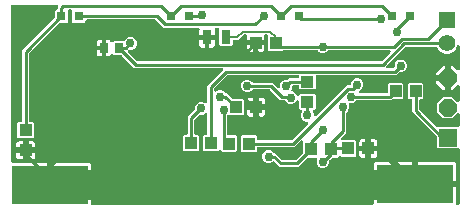
<source format=gbr>
G04 EAGLE Gerber RS-274X export*
G75*
%MOMM*%
%FSLAX34Y34*%
%LPD*%
%INBottom Copper*%
%IPPOS*%
%AMOC8*
5,1,8,0,0,1.08239X$1,22.5*%
G01*
%ADD10R,1.100000X1.000000*%
%ADD11R,0.800000X0.800000*%
%ADD12R,1.000000X1.100000*%
%ADD13R,1.524000X1.524000*%
%ADD14P,1.649562X8X112.500000*%
%ADD15R,6.451600X3.251200*%
%ADD16R,0.700000X0.900000*%
%ADD17R,1.422400X1.422400*%
%ADD18C,1.422400*%
%ADD19R,0.800000X1.200000*%
%ADD20C,0.254000*%
%ADD21C,0.756400*%
%ADD22C,0.508000*%
%ADD23C,2.540000*%
%ADD24C,0.152400*%

G36*
X315850Y10176D02*
X315850Y10176D01*
X315969Y10183D01*
X316007Y10196D01*
X316048Y10201D01*
X316158Y10244D01*
X316271Y10281D01*
X316306Y10303D01*
X316343Y10318D01*
X316439Y10387D01*
X316540Y10451D01*
X316568Y10481D01*
X316601Y10504D01*
X316677Y10596D01*
X316758Y10683D01*
X316778Y10718D01*
X316803Y10749D01*
X316854Y10857D01*
X316912Y10961D01*
X316922Y11001D01*
X316939Y11037D01*
X316961Y11154D01*
X316991Y11269D01*
X316995Y11329D01*
X316999Y11349D01*
X316997Y11370D01*
X317001Y11430D01*
X317001Y25561D01*
X350530Y25561D01*
X350648Y25576D01*
X350767Y25583D01*
X350805Y25596D01*
X350845Y25601D01*
X350956Y25644D01*
X351069Y25681D01*
X351104Y25703D01*
X351141Y25718D01*
X351237Y25788D01*
X351338Y25851D01*
X351366Y25881D01*
X351398Y25905D01*
X351474Y25996D01*
X351556Y26083D01*
X351575Y26118D01*
X351601Y26149D01*
X351652Y26257D01*
X351709Y26361D01*
X351720Y26401D01*
X351737Y26437D01*
X351759Y26554D01*
X351789Y26669D01*
X351793Y26730D01*
X351797Y26750D01*
X351795Y26770D01*
X351799Y26830D01*
X351799Y28101D01*
X351801Y28101D01*
X351801Y26830D01*
X351816Y26712D01*
X351823Y26593D01*
X351836Y26555D01*
X351841Y26515D01*
X351885Y26404D01*
X351921Y26291D01*
X351943Y26256D01*
X351958Y26219D01*
X352028Y26123D01*
X352091Y26022D01*
X352121Y25994D01*
X352145Y25961D01*
X352236Y25886D01*
X352323Y25804D01*
X352358Y25784D01*
X352390Y25759D01*
X352497Y25708D01*
X352601Y25650D01*
X352641Y25640D01*
X352677Y25623D01*
X352794Y25601D01*
X352909Y25571D01*
X352970Y25567D01*
X352990Y25563D01*
X353010Y25565D01*
X353070Y25561D01*
X386599Y25561D01*
X386599Y11430D01*
X386614Y11312D01*
X386621Y11193D01*
X386634Y11155D01*
X386639Y11114D01*
X386682Y11004D01*
X386719Y10891D01*
X386741Y10856D01*
X386756Y10819D01*
X386825Y10723D01*
X386889Y10622D01*
X386919Y10594D01*
X386942Y10561D01*
X387034Y10485D01*
X387121Y10404D01*
X387156Y10384D01*
X387187Y10359D01*
X387295Y10308D01*
X387399Y10250D01*
X387439Y10240D01*
X387475Y10223D01*
X387592Y10201D01*
X387707Y10171D01*
X387767Y10167D01*
X387787Y10163D01*
X387808Y10165D01*
X387868Y10161D01*
X388570Y10161D01*
X388688Y10176D01*
X388807Y10183D01*
X388845Y10196D01*
X388886Y10201D01*
X388996Y10244D01*
X389109Y10281D01*
X389144Y10303D01*
X389181Y10318D01*
X389277Y10387D01*
X389378Y10451D01*
X389406Y10481D01*
X389439Y10504D01*
X389515Y10596D01*
X389596Y10683D01*
X389616Y10718D01*
X389641Y10749D01*
X389692Y10857D01*
X389750Y10961D01*
X389760Y11001D01*
X389777Y11037D01*
X389799Y11154D01*
X389829Y11269D01*
X389833Y11329D01*
X389837Y11349D01*
X389835Y11370D01*
X389839Y11430D01*
X389839Y56786D01*
X389824Y56904D01*
X389817Y57023D01*
X389804Y57061D01*
X389799Y57102D01*
X389756Y57212D01*
X389719Y57325D01*
X389697Y57360D01*
X389682Y57397D01*
X389613Y57493D01*
X389549Y57594D01*
X389519Y57622D01*
X389496Y57655D01*
X389404Y57731D01*
X389317Y57812D01*
X389282Y57832D01*
X389251Y57857D01*
X389143Y57908D01*
X389039Y57966D01*
X388999Y57976D01*
X388963Y57993D01*
X388846Y58015D01*
X388731Y58045D01*
X388671Y58049D01*
X388651Y58053D01*
X388630Y58051D01*
X388570Y58055D01*
X371548Y58055D01*
X370655Y58948D01*
X370655Y67367D01*
X370643Y67465D01*
X370640Y67564D01*
X370623Y67622D01*
X370615Y67682D01*
X370579Y67774D01*
X370551Y67869D01*
X370521Y67922D01*
X370498Y67978D01*
X370440Y68058D01*
X370390Y68143D01*
X370324Y68219D01*
X370312Y68235D01*
X370302Y68243D01*
X370284Y68264D01*
X349905Y88642D01*
X349905Y98506D01*
X349890Y98624D01*
X349883Y98743D01*
X349870Y98781D01*
X349865Y98822D01*
X349822Y98932D01*
X349785Y99045D01*
X349763Y99080D01*
X349748Y99117D01*
X349679Y99213D01*
X349615Y99314D01*
X349585Y99342D01*
X349562Y99375D01*
X349470Y99451D01*
X349383Y99532D01*
X349348Y99552D01*
X349317Y99577D01*
X349209Y99628D01*
X349105Y99686D01*
X349065Y99696D01*
X349029Y99713D01*
X348912Y99735D01*
X348797Y99765D01*
X348737Y99769D01*
X348717Y99773D01*
X348696Y99771D01*
X348636Y99775D01*
X347068Y99775D01*
X346175Y100668D01*
X346175Y112932D01*
X347068Y113825D01*
X358332Y113825D01*
X359225Y112932D01*
X359225Y100668D01*
X358332Y99775D01*
X356764Y99775D01*
X356646Y99760D01*
X356527Y99753D01*
X356489Y99740D01*
X356448Y99735D01*
X356338Y99692D01*
X356225Y99655D01*
X356190Y99633D01*
X356153Y99618D01*
X356057Y99549D01*
X355956Y99485D01*
X355928Y99455D01*
X355895Y99432D01*
X355819Y99340D01*
X355738Y99253D01*
X355718Y99218D01*
X355693Y99187D01*
X355642Y99079D01*
X355584Y98975D01*
X355574Y98935D01*
X355557Y98899D01*
X355535Y98782D01*
X355505Y98667D01*
X355501Y98607D01*
X355497Y98587D01*
X355499Y98566D01*
X355495Y98506D01*
X355495Y91483D01*
X355507Y91385D01*
X355510Y91286D01*
X355527Y91228D01*
X355535Y91168D01*
X355571Y91076D01*
X355599Y90981D01*
X355629Y90928D01*
X355652Y90872D01*
X355710Y90792D01*
X355760Y90707D01*
X355826Y90631D01*
X355838Y90615D01*
X355848Y90607D01*
X355866Y90586D01*
X369931Y76522D01*
X370013Y76458D01*
X370069Y76405D01*
X370083Y76397D01*
X370114Y76370D01*
X370150Y76352D01*
X370182Y76327D01*
X370291Y76279D01*
X370397Y76225D01*
X370436Y76217D01*
X370474Y76201D01*
X370592Y76182D01*
X370707Y76156D01*
X370748Y76157D01*
X370788Y76151D01*
X370907Y76162D01*
X371025Y76165D01*
X371064Y76177D01*
X371104Y76180D01*
X371217Y76221D01*
X371331Y76254D01*
X371366Y76274D01*
X371404Y76288D01*
X371445Y76316D01*
X371451Y76319D01*
X371484Y76343D01*
X371487Y76345D01*
X388570Y76345D01*
X388688Y76360D01*
X388807Y76367D01*
X388845Y76380D01*
X388886Y76385D01*
X388996Y76428D01*
X389109Y76465D01*
X389144Y76487D01*
X389181Y76502D01*
X389277Y76571D01*
X389378Y76635D01*
X389406Y76665D01*
X389439Y76688D01*
X389515Y76780D01*
X389596Y76867D01*
X389616Y76902D01*
X389641Y76933D01*
X389692Y77041D01*
X389750Y77145D01*
X389760Y77185D01*
X389777Y77221D01*
X389799Y77338D01*
X389829Y77453D01*
X389833Y77513D01*
X389837Y77533D01*
X389835Y77554D01*
X389839Y77614D01*
X389839Y86642D01*
X389822Y86780D01*
X389809Y86919D01*
X389802Y86938D01*
X389799Y86958D01*
X389748Y87087D01*
X389701Y87218D01*
X389690Y87235D01*
X389682Y87254D01*
X389601Y87366D01*
X389523Y87481D01*
X389507Y87495D01*
X389496Y87511D01*
X389388Y87600D01*
X389284Y87692D01*
X389266Y87701D01*
X389251Y87714D01*
X389125Y87773D01*
X389001Y87836D01*
X388981Y87841D01*
X388963Y87849D01*
X388827Y87875D01*
X388691Y87906D01*
X388670Y87905D01*
X388651Y87909D01*
X388512Y87901D01*
X388373Y87896D01*
X388353Y87891D01*
X388333Y87889D01*
X388201Y87847D01*
X388067Y87808D01*
X388050Y87798D01*
X388031Y87791D01*
X387913Y87717D01*
X387793Y87646D01*
X387772Y87628D01*
X387762Y87621D01*
X387748Y87606D01*
X387673Y87540D01*
X383588Y83455D01*
X376012Y83455D01*
X370655Y88812D01*
X370655Y96388D01*
X376012Y101745D01*
X383588Y101745D01*
X387673Y97660D01*
X387782Y97575D01*
X387889Y97486D01*
X387908Y97478D01*
X387924Y97465D01*
X388052Y97410D01*
X388177Y97351D01*
X388197Y97347D01*
X388216Y97339D01*
X388354Y97317D01*
X388490Y97291D01*
X388510Y97292D01*
X388530Y97289D01*
X388669Y97302D01*
X388807Y97311D01*
X388826Y97317D01*
X388846Y97319D01*
X388978Y97366D01*
X389109Y97409D01*
X389127Y97419D01*
X389146Y97426D01*
X389261Y97504D01*
X389378Y97579D01*
X389392Y97594D01*
X389409Y97605D01*
X389501Y97709D01*
X389596Y97810D01*
X389606Y97828D01*
X389619Y97843D01*
X389683Y97967D01*
X389750Y98089D01*
X389755Y98108D01*
X389764Y98127D01*
X389794Y98262D01*
X389829Y98397D01*
X389831Y98425D01*
X389834Y98437D01*
X389833Y98457D01*
X389839Y98558D01*
X389839Y110606D01*
X389822Y110743D01*
X389809Y110882D01*
X389802Y110901D01*
X389799Y110921D01*
X389748Y111050D01*
X389701Y111181D01*
X389690Y111198D01*
X389682Y111217D01*
X389601Y111329D01*
X389523Y111444D01*
X389507Y111458D01*
X389496Y111474D01*
X389388Y111563D01*
X389284Y111655D01*
X389266Y111664D01*
X389251Y111677D01*
X389125Y111736D01*
X389001Y111799D01*
X388981Y111804D01*
X388963Y111813D01*
X388827Y111839D01*
X388691Y111869D01*
X388670Y111868D01*
X388651Y111872D01*
X388512Y111864D01*
X388373Y111859D01*
X388353Y111854D01*
X388333Y111853D01*
X388201Y111810D01*
X388067Y111771D01*
X388050Y111761D01*
X388031Y111755D01*
X387913Y111680D01*
X387793Y111609D01*
X387772Y111591D01*
X387762Y111584D01*
X387748Y111569D01*
X387673Y111503D01*
X384009Y107839D01*
X382339Y107839D01*
X382339Y116730D01*
X382324Y116848D01*
X382317Y116967D01*
X382304Y117005D01*
X382299Y117045D01*
X382256Y117156D01*
X382219Y117269D01*
X382197Y117303D01*
X382182Y117341D01*
X382112Y117437D01*
X382049Y117538D01*
X382019Y117566D01*
X381995Y117598D01*
X381904Y117674D01*
X381817Y117756D01*
X381782Y117775D01*
X381751Y117801D01*
X381643Y117852D01*
X381539Y117909D01*
X381499Y117920D01*
X381463Y117937D01*
X381346Y117959D01*
X381231Y117989D01*
X381170Y117993D01*
X381150Y117997D01*
X381130Y117995D01*
X381070Y117999D01*
X379799Y117999D01*
X379799Y118001D01*
X381070Y118001D01*
X381188Y118016D01*
X381307Y118023D01*
X381345Y118036D01*
X381385Y118041D01*
X381496Y118085D01*
X381609Y118121D01*
X381644Y118143D01*
X381681Y118158D01*
X381777Y118228D01*
X381878Y118291D01*
X381906Y118321D01*
X381939Y118345D01*
X382014Y118436D01*
X382096Y118523D01*
X382116Y118558D01*
X382141Y118590D01*
X382192Y118697D01*
X382250Y118802D01*
X382260Y118841D01*
X382277Y118877D01*
X382299Y118994D01*
X382329Y119109D01*
X382333Y119170D01*
X382337Y119190D01*
X382335Y119210D01*
X382339Y119270D01*
X382339Y128161D01*
X384009Y128161D01*
X387673Y124497D01*
X387782Y124412D01*
X387889Y124323D01*
X387908Y124314D01*
X387924Y124302D01*
X388052Y124247D01*
X388177Y124187D01*
X388197Y124184D01*
X388216Y124176D01*
X388354Y124154D01*
X388490Y124128D01*
X388510Y124129D01*
X388530Y124126D01*
X388669Y124139D01*
X388807Y124147D01*
X388826Y124154D01*
X388846Y124156D01*
X388978Y124203D01*
X389109Y124245D01*
X389127Y124256D01*
X389146Y124263D01*
X389261Y124341D01*
X389378Y124416D01*
X389392Y124430D01*
X389409Y124442D01*
X389501Y124546D01*
X389596Y124647D01*
X389606Y124665D01*
X389619Y124680D01*
X389683Y124804D01*
X389750Y124926D01*
X389755Y124945D01*
X389764Y124963D01*
X389794Y125099D01*
X389829Y125234D01*
X389831Y125262D01*
X389834Y125274D01*
X389833Y125294D01*
X389839Y125394D01*
X389839Y144219D01*
X389831Y144288D01*
X389832Y144358D01*
X389811Y144445D01*
X389799Y144534D01*
X389774Y144599D01*
X389757Y144667D01*
X389715Y144746D01*
X389682Y144830D01*
X389641Y144886D01*
X389609Y144948D01*
X389548Y145014D01*
X389496Y145087D01*
X389442Y145132D01*
X389395Y145183D01*
X389320Y145233D01*
X389251Y145290D01*
X389187Y145320D01*
X389129Y145358D01*
X389044Y145387D01*
X388963Y145425D01*
X388894Y145439D01*
X388828Y145461D01*
X388739Y145468D01*
X388651Y145485D01*
X388581Y145481D01*
X388511Y145486D01*
X388423Y145471D01*
X388333Y145465D01*
X388267Y145444D01*
X388198Y145432D01*
X388116Y145395D01*
X388031Y145367D01*
X387972Y145330D01*
X387908Y145301D01*
X387838Y145245D01*
X387762Y145197D01*
X387714Y145146D01*
X387660Y145103D01*
X387605Y145031D01*
X387544Y144966D01*
X387510Y144905D01*
X387468Y144849D01*
X387397Y144704D01*
X386322Y142108D01*
X383892Y139678D01*
X380718Y138363D01*
X377282Y138363D01*
X374108Y139678D01*
X371678Y142108D01*
X371134Y143422D01*
X371119Y143447D01*
X371110Y143475D01*
X371041Y143585D01*
X370976Y143698D01*
X370956Y143719D01*
X370940Y143744D01*
X370845Y143833D01*
X370755Y143926D01*
X370730Y143942D01*
X370708Y143962D01*
X370595Y144025D01*
X370484Y144093D01*
X370456Y144101D01*
X370430Y144116D01*
X370304Y144148D01*
X370180Y144186D01*
X370150Y144188D01*
X370122Y144195D01*
X369961Y144205D01*
X344683Y144205D01*
X344585Y144193D01*
X344486Y144190D01*
X344428Y144173D01*
X344368Y144165D01*
X344276Y144129D01*
X344181Y144101D01*
X344128Y144071D01*
X344072Y144048D01*
X343992Y143990D01*
X343907Y143940D01*
X343831Y143874D01*
X343815Y143862D01*
X343807Y143852D01*
X343786Y143834D01*
X328166Y128214D01*
X327914Y127962D01*
X327829Y127852D01*
X327740Y127745D01*
X327731Y127726D01*
X327719Y127710D01*
X327664Y127583D01*
X327604Y127457D01*
X327601Y127437D01*
X327593Y127418D01*
X327571Y127281D01*
X327545Y127144D01*
X327546Y127124D01*
X327543Y127104D01*
X327556Y126966D01*
X327564Y126827D01*
X327571Y126808D01*
X327572Y126788D01*
X327620Y126657D01*
X327662Y126525D01*
X327673Y126507D01*
X327680Y126488D01*
X327758Y126373D01*
X327833Y126256D01*
X327847Y126242D01*
X327859Y126225D01*
X327963Y126133D01*
X328064Y126038D01*
X328082Y126028D01*
X328097Y126015D01*
X328221Y125952D01*
X328343Y125884D01*
X328362Y125879D01*
X328380Y125870D01*
X328516Y125840D01*
X328651Y125805D01*
X328679Y125803D01*
X328691Y125800D01*
X328711Y125801D01*
X328811Y125795D01*
X333317Y125795D01*
X333415Y125807D01*
X333514Y125810D01*
X333572Y125827D01*
X333632Y125835D01*
X333724Y125871D01*
X333819Y125899D01*
X333872Y125929D01*
X333928Y125952D01*
X334008Y126010D01*
X334093Y126060D01*
X334169Y126126D01*
X334185Y126138D01*
X334193Y126148D01*
X334214Y126166D01*
X334322Y126274D01*
X334382Y126352D01*
X334450Y126424D01*
X334479Y126477D01*
X334516Y126525D01*
X334556Y126616D01*
X334604Y126703D01*
X334619Y126761D01*
X334643Y126817D01*
X334658Y126915D01*
X334683Y127011D01*
X334689Y127111D01*
X334693Y127131D01*
X334691Y127143D01*
X334693Y127171D01*
X334693Y129056D01*
X335501Y131006D01*
X336994Y132499D01*
X338944Y133307D01*
X341056Y133307D01*
X343006Y132499D01*
X344499Y131006D01*
X345307Y129056D01*
X345307Y126944D01*
X344499Y124994D01*
X343006Y123501D01*
X341056Y122693D01*
X339171Y122693D01*
X339073Y122681D01*
X338974Y122678D01*
X338916Y122661D01*
X338856Y122653D01*
X338764Y122617D01*
X338669Y122589D01*
X338616Y122559D01*
X338560Y122536D01*
X338480Y122478D01*
X338395Y122428D01*
X338319Y122362D01*
X338303Y122350D01*
X338295Y122340D01*
X338274Y122322D01*
X336158Y120205D01*
X269294Y120205D01*
X269176Y120190D01*
X269057Y120183D01*
X269019Y120170D01*
X268978Y120165D01*
X268868Y120122D01*
X268755Y120085D01*
X268720Y120063D01*
X268683Y120048D01*
X268587Y119979D01*
X268486Y119915D01*
X268458Y119885D01*
X268425Y119862D01*
X268349Y119770D01*
X268268Y119683D01*
X268248Y119648D01*
X268223Y119617D01*
X268172Y119509D01*
X268114Y119405D01*
X268104Y119365D01*
X268087Y119329D01*
X268065Y119212D01*
X268035Y119097D01*
X268031Y119037D01*
X268027Y119017D01*
X268029Y118996D01*
X268025Y118936D01*
X268025Y108868D01*
X267132Y107975D01*
X254868Y107975D01*
X253975Y108868D01*
X253975Y110436D01*
X253960Y110554D01*
X253953Y110673D01*
X253940Y110711D01*
X253935Y110752D01*
X253892Y110862D01*
X253855Y110975D01*
X253833Y111010D01*
X253818Y111047D01*
X253749Y111143D01*
X253685Y111244D01*
X253655Y111272D01*
X253632Y111305D01*
X253540Y111381D01*
X253453Y111462D01*
X253418Y111482D01*
X253387Y111507D01*
X253279Y111558D01*
X253175Y111616D01*
X253135Y111626D01*
X253099Y111643D01*
X252982Y111665D01*
X252867Y111695D01*
X252807Y111699D01*
X252787Y111703D01*
X252766Y111701D01*
X252706Y111705D01*
X249576Y111705D01*
X249458Y111690D01*
X249339Y111683D01*
X249301Y111670D01*
X249260Y111665D01*
X249150Y111622D01*
X249037Y111585D01*
X249002Y111563D01*
X248965Y111548D01*
X248869Y111479D01*
X248768Y111415D01*
X248740Y111385D01*
X248707Y111362D01*
X248631Y111270D01*
X248550Y111183D01*
X248530Y111148D01*
X248505Y111117D01*
X248454Y111009D01*
X248396Y110905D01*
X248386Y110865D01*
X248369Y110829D01*
X248347Y110712D01*
X248317Y110597D01*
X248313Y110537D01*
X248309Y110517D01*
X248310Y110513D01*
X248309Y110512D01*
X248310Y110494D01*
X248307Y110436D01*
X248307Y109944D01*
X247470Y107923D01*
X247438Y107808D01*
X247399Y107696D01*
X247396Y107656D01*
X247386Y107617D01*
X247384Y107497D01*
X247374Y107379D01*
X247381Y107339D01*
X247381Y107299D01*
X247408Y107183D01*
X247429Y107066D01*
X247445Y107029D01*
X247455Y106989D01*
X247510Y106884D01*
X247559Y106776D01*
X247584Y106744D01*
X247603Y106708D01*
X247683Y106620D01*
X247758Y106527D01*
X247790Y106503D01*
X247817Y106473D01*
X247917Y106408D01*
X248012Y106336D01*
X248066Y106309D01*
X248083Y106298D01*
X248102Y106291D01*
X248156Y106265D01*
X250006Y105499D01*
X251499Y104006D01*
X251753Y103392D01*
X251778Y103348D01*
X251795Y103302D01*
X251857Y103211D01*
X251911Y103115D01*
X251945Y103080D01*
X251973Y103038D01*
X252056Y102966D01*
X252132Y102887D01*
X252175Y102861D01*
X252212Y102828D01*
X252310Y102778D01*
X252403Y102721D01*
X252451Y102706D01*
X252495Y102683D01*
X252602Y102659D01*
X252707Y102627D01*
X252757Y102625D01*
X252805Y102614D01*
X252915Y102617D01*
X253025Y102612D01*
X253074Y102622D01*
X253123Y102623D01*
X253229Y102654D01*
X253336Y102676D01*
X253381Y102698D01*
X253429Y102712D01*
X253523Y102768D01*
X253622Y102816D01*
X253660Y102848D01*
X253703Y102873D01*
X253823Y102980D01*
X254868Y104025D01*
X267132Y104025D01*
X268025Y103132D01*
X268025Y91868D01*
X267132Y90975D01*
X266583Y90975D01*
X266533Y90969D01*
X266484Y90971D01*
X266376Y90949D01*
X266267Y90935D01*
X266221Y90917D01*
X266172Y90907D01*
X266073Y90859D01*
X265971Y90818D01*
X265931Y90789D01*
X265887Y90767D01*
X265803Y90696D01*
X265714Y90632D01*
X265682Y90593D01*
X265645Y90561D01*
X265581Y90471D01*
X265511Y90387D01*
X265490Y90342D01*
X265462Y90301D01*
X265423Y90198D01*
X265376Y90099D01*
X265366Y90050D01*
X265349Y90004D01*
X265337Y89894D01*
X265316Y89787D01*
X265319Y89737D01*
X265314Y89688D01*
X265329Y89579D01*
X265336Y89469D01*
X265351Y89422D01*
X265358Y89373D01*
X265410Y89220D01*
X266307Y87056D01*
X266307Y86623D01*
X266324Y86486D01*
X266337Y86347D01*
X266344Y86328D01*
X266347Y86308D01*
X266398Y86179D01*
X266445Y86048D01*
X266456Y86031D01*
X266464Y86012D01*
X266545Y85900D01*
X266623Y85784D01*
X266639Y85771D01*
X266650Y85755D01*
X266758Y85666D01*
X266862Y85574D01*
X266880Y85565D01*
X266895Y85552D01*
X267021Y85493D01*
X267145Y85429D01*
X267165Y85425D01*
X267183Y85416D01*
X267319Y85390D01*
X267455Y85360D01*
X267476Y85360D01*
X267495Y85356D01*
X267634Y85365D01*
X267773Y85369D01*
X267793Y85375D01*
X267813Y85376D01*
X267945Y85419D01*
X268079Y85458D01*
X268096Y85468D01*
X268115Y85474D01*
X268233Y85549D01*
X268353Y85619D01*
X268374Y85638D01*
X268384Y85644D01*
X268398Y85659D01*
X268473Y85726D01*
X292110Y109362D01*
X294119Y111371D01*
X296424Y111371D01*
X296542Y111386D01*
X296661Y111393D01*
X296699Y111406D01*
X296740Y111411D01*
X296850Y111454D01*
X296963Y111491D01*
X296998Y111513D01*
X297035Y111528D01*
X297131Y111597D01*
X297232Y111661D01*
X297260Y111691D01*
X297293Y111714D01*
X297369Y111806D01*
X297450Y111893D01*
X297470Y111928D01*
X297495Y111959D01*
X297546Y112067D01*
X297604Y112171D01*
X297614Y112211D01*
X297631Y112247D01*
X297653Y112364D01*
X297683Y112479D01*
X297687Y112539D01*
X297691Y112559D01*
X297689Y112580D01*
X297693Y112640D01*
X297693Y113056D01*
X298501Y115006D01*
X299994Y116499D01*
X301944Y117307D01*
X304056Y117307D01*
X306006Y116499D01*
X307499Y115006D01*
X308307Y113056D01*
X308307Y110944D01*
X307499Y108994D01*
X306006Y107501D01*
X305367Y107237D01*
X305307Y107202D01*
X305242Y107176D01*
X305169Y107124D01*
X305091Y107079D01*
X305041Y107031D01*
X304984Y106990D01*
X304927Y106920D01*
X304863Y106858D01*
X304826Y106798D01*
X304782Y106745D01*
X304743Y106663D01*
X304696Y106587D01*
X304676Y106520D01*
X304646Y106457D01*
X304629Y106369D01*
X304603Y106283D01*
X304599Y106213D01*
X304586Y106144D01*
X304592Y106055D01*
X304588Y105965D01*
X304602Y105897D01*
X304606Y105827D01*
X304634Y105742D01*
X304652Y105654D01*
X304683Y105591D01*
X304704Y105525D01*
X304752Y105449D01*
X304792Y105368D01*
X304837Y105315D01*
X304874Y105256D01*
X304940Y105194D01*
X304998Y105126D01*
X305055Y105086D01*
X305106Y105038D01*
X305185Y104994D01*
X305258Y104943D01*
X305323Y104918D01*
X305384Y104884D01*
X305472Y104862D01*
X305555Y104830D01*
X305625Y104822D01*
X305692Y104805D01*
X305853Y104795D01*
X327906Y104795D01*
X328024Y104810D01*
X328143Y104817D01*
X328181Y104830D01*
X328222Y104835D01*
X328332Y104878D01*
X328445Y104915D01*
X328480Y104937D01*
X328517Y104952D01*
X328613Y105021D01*
X328714Y105085D01*
X328742Y105115D01*
X328775Y105138D01*
X328851Y105230D01*
X328932Y105317D01*
X328952Y105352D01*
X328977Y105383D01*
X329028Y105491D01*
X329086Y105595D01*
X329096Y105635D01*
X329113Y105671D01*
X329135Y105788D01*
X329165Y105903D01*
X329169Y105963D01*
X329173Y105983D01*
X329171Y106004D01*
X329175Y106064D01*
X329175Y112932D01*
X330068Y113825D01*
X341332Y113825D01*
X342225Y112932D01*
X342225Y100668D01*
X341332Y99775D01*
X333153Y99775D01*
X333055Y99763D01*
X332956Y99760D01*
X332898Y99743D01*
X332838Y99735D01*
X332746Y99699D01*
X332651Y99671D01*
X332598Y99641D01*
X332542Y99618D01*
X332462Y99560D01*
X332377Y99510D01*
X332301Y99444D01*
X332285Y99432D01*
X332277Y99422D01*
X332256Y99404D01*
X332058Y99205D01*
X303236Y99205D01*
X303138Y99193D01*
X303039Y99190D01*
X302980Y99173D01*
X302920Y99165D01*
X302828Y99129D01*
X302733Y99101D01*
X302681Y99071D01*
X302625Y99048D01*
X302545Y98990D01*
X302459Y98940D01*
X302384Y98874D01*
X302367Y98862D01*
X302360Y98852D01*
X302338Y98834D01*
X301006Y97501D01*
X299056Y96693D01*
X297114Y96693D01*
X297064Y96687D01*
X297015Y96689D01*
X296907Y96667D01*
X296798Y96653D01*
X296752Y96635D01*
X296703Y96625D01*
X296604Y96577D01*
X296503Y96536D01*
X296462Y96507D01*
X296418Y96485D01*
X296334Y96414D01*
X296245Y96350D01*
X296213Y96311D01*
X296176Y96279D01*
X296112Y96189D01*
X296042Y96105D01*
X296021Y96060D01*
X295993Y96019D01*
X295954Y95916D01*
X295907Y95817D01*
X295898Y95768D01*
X295880Y95722D01*
X295868Y95612D01*
X295847Y95505D01*
X295850Y95455D01*
X295845Y95406D01*
X295860Y95297D01*
X295867Y95187D01*
X295882Y95140D01*
X295889Y95091D01*
X295941Y94938D01*
X296307Y94056D01*
X296307Y91944D01*
X295499Y89994D01*
X294166Y88662D01*
X294106Y88583D01*
X294038Y88511D01*
X294009Y88458D01*
X293972Y88410D01*
X293932Y88319D01*
X293884Y88233D01*
X293869Y88174D01*
X293845Y88118D01*
X293830Y88021D01*
X293805Y87925D01*
X293799Y87825D01*
X293795Y87804D01*
X293797Y87792D01*
X293795Y87764D01*
X293795Y71242D01*
X289744Y67191D01*
X289658Y67081D01*
X289570Y66975D01*
X289561Y66956D01*
X289549Y66940D01*
X289493Y66812D01*
X289434Y66687D01*
X289431Y66667D01*
X289423Y66648D01*
X289401Y66510D01*
X289375Y66374D01*
X289376Y66354D01*
X289373Y66334D01*
X289386Y66195D01*
X289394Y66057D01*
X289401Y66038D01*
X289402Y66018D01*
X289450Y65886D01*
X289492Y65755D01*
X289503Y65737D01*
X289510Y65718D01*
X289588Y65603D01*
X289663Y65486D01*
X289677Y65472D01*
X289689Y65455D01*
X289793Y65363D01*
X289894Y65268D01*
X289912Y65258D01*
X289927Y65245D01*
X290051Y65181D01*
X290173Y65114D01*
X290192Y65109D01*
X290210Y65100D01*
X290346Y65070D01*
X290481Y65035D01*
X290509Y65033D01*
X290521Y65030D01*
X290541Y65031D01*
X290641Y65025D01*
X301132Y65025D01*
X302025Y64132D01*
X302025Y51868D01*
X301132Y50975D01*
X289868Y50975D01*
X289448Y51396D01*
X289354Y51469D01*
X289264Y51548D01*
X289228Y51566D01*
X289196Y51591D01*
X289087Y51638D01*
X288981Y51693D01*
X288942Y51701D01*
X288904Y51717D01*
X288787Y51736D01*
X288671Y51762D01*
X288630Y51761D01*
X288590Y51767D01*
X288472Y51756D01*
X288353Y51753D01*
X288314Y51741D01*
X288274Y51738D01*
X288162Y51697D01*
X288047Y51664D01*
X288012Y51644D01*
X287974Y51630D01*
X287876Y51563D01*
X287773Y51503D01*
X287728Y51463D01*
X287711Y51451D01*
X287698Y51436D01*
X287653Y51396D01*
X286532Y50275D01*
X282247Y50275D01*
X282149Y50263D01*
X282050Y50260D01*
X281992Y50243D01*
X281932Y50235D01*
X281840Y50199D01*
X281745Y50171D01*
X281692Y50141D01*
X281636Y50118D01*
X281556Y50060D01*
X281471Y50010D01*
X281395Y49944D01*
X281379Y49932D01*
X281371Y49922D01*
X281350Y49904D01*
X279678Y48232D01*
X279618Y48154D01*
X279550Y48082D01*
X279521Y48029D01*
X279484Y47981D01*
X279444Y47890D01*
X279396Y47803D01*
X279381Y47745D01*
X279357Y47689D01*
X279342Y47591D01*
X279317Y47495D01*
X279311Y47395D01*
X279307Y47375D01*
X279309Y47363D01*
X279307Y47335D01*
X279307Y45450D01*
X278499Y43500D01*
X277006Y42007D01*
X275056Y41199D01*
X272944Y41199D01*
X270994Y42007D01*
X269501Y43500D01*
X268693Y45450D01*
X268693Y47562D01*
X269090Y48520D01*
X269104Y48568D01*
X269125Y48613D01*
X269145Y48721D01*
X269174Y48827D01*
X269175Y48877D01*
X269184Y48926D01*
X269178Y49035D01*
X269179Y49145D01*
X269168Y49193D01*
X269165Y49243D01*
X269131Y49347D01*
X269105Y49454D01*
X269082Y49498D01*
X269067Y49545D01*
X269008Y49638D01*
X268957Y49735D01*
X268923Y49772D01*
X268897Y49814D01*
X268816Y49889D01*
X268743Y49971D01*
X268701Y49998D01*
X268665Y50032D01*
X268569Y50085D01*
X268477Y50145D01*
X268430Y50162D01*
X268386Y50186D01*
X268280Y50213D01*
X268176Y50249D01*
X268127Y50253D01*
X268078Y50265D01*
X267918Y50275D01*
X261353Y50275D01*
X261255Y50263D01*
X261156Y50260D01*
X261098Y50243D01*
X261038Y50235D01*
X260946Y50199D01*
X260851Y50171D01*
X260798Y50141D01*
X260742Y50118D01*
X260662Y50060D01*
X260577Y50010D01*
X260501Y49944D01*
X260485Y49932D01*
X260477Y49922D01*
X260456Y49904D01*
X255190Y44638D01*
X253182Y42629D01*
X237119Y42629D01*
X235110Y44638D01*
X233024Y46724D01*
X232930Y46797D01*
X232840Y46876D01*
X232804Y46894D01*
X232773Y46919D01*
X232663Y46966D01*
X232557Y47020D01*
X232518Y47029D01*
X232481Y47045D01*
X232363Y47064D01*
X232247Y47090D01*
X232207Y47089D01*
X232167Y47095D01*
X232048Y47084D01*
X231929Y47080D01*
X231890Y47069D01*
X231850Y47065D01*
X231738Y47025D01*
X231624Y46992D01*
X231589Y46971D01*
X231551Y46958D01*
X231452Y46891D01*
X231350Y46830D01*
X231304Y46791D01*
X231288Y46779D01*
X231274Y46764D01*
X231229Y46724D01*
X231006Y46501D01*
X229056Y45693D01*
X226944Y45693D01*
X224994Y46501D01*
X223501Y47994D01*
X222693Y49944D01*
X222693Y52056D01*
X223501Y54006D01*
X224994Y55499D01*
X226944Y56307D01*
X229056Y56307D01*
X231006Y55499D01*
X232338Y54166D01*
X232417Y54106D01*
X232489Y54038D01*
X232542Y54009D01*
X232590Y53972D01*
X232681Y53932D01*
X232767Y53884D01*
X232826Y53869D01*
X232882Y53845D01*
X232979Y53830D01*
X233075Y53805D01*
X233175Y53799D01*
X233196Y53795D01*
X233208Y53797D01*
X233236Y53795D01*
X233858Y53795D01*
X239062Y48590D01*
X239140Y48530D01*
X239212Y48462D01*
X239265Y48433D01*
X239313Y48396D01*
X239404Y48356D01*
X239491Y48308D01*
X239549Y48293D01*
X239605Y48269D01*
X239703Y48254D01*
X239799Y48229D01*
X239899Y48223D01*
X239919Y48219D01*
X239931Y48221D01*
X239959Y48219D01*
X250341Y48219D01*
X250439Y48231D01*
X250538Y48234D01*
X250596Y48251D01*
X250656Y48259D01*
X250748Y48295D01*
X250843Y48323D01*
X250896Y48353D01*
X250952Y48376D01*
X251032Y48434D01*
X251117Y48484D01*
X251193Y48550D01*
X251209Y48562D01*
X251217Y48572D01*
X251227Y48581D01*
X251229Y48582D01*
X251229Y48583D01*
X251238Y48590D01*
X257004Y54356D01*
X257064Y54434D01*
X257132Y54506D01*
X257161Y54559D01*
X257198Y54607D01*
X257238Y54698D01*
X257286Y54785D01*
X257301Y54843D01*
X257325Y54899D01*
X257340Y54997D01*
X257365Y55093D01*
X257371Y55193D01*
X257375Y55213D01*
X257373Y55225D01*
X257375Y55253D01*
X257375Y63659D01*
X257358Y63796D01*
X257345Y63935D01*
X257338Y63954D01*
X257335Y63974D01*
X257284Y64103D01*
X257237Y64234D01*
X257226Y64251D01*
X257218Y64270D01*
X257137Y64382D01*
X257059Y64497D01*
X257043Y64511D01*
X257032Y64527D01*
X256924Y64616D01*
X256820Y64708D01*
X256802Y64717D01*
X256787Y64730D01*
X256661Y64789D01*
X256537Y64852D01*
X256517Y64857D01*
X256499Y64865D01*
X256363Y64892D01*
X256227Y64922D01*
X256206Y64921D01*
X256187Y64925D01*
X256048Y64917D01*
X255909Y64912D01*
X255889Y64907D01*
X255869Y64906D01*
X255737Y64863D01*
X255603Y64824D01*
X255586Y64814D01*
X255567Y64807D01*
X255449Y64733D01*
X255329Y64662D01*
X255308Y64644D01*
X255298Y64637D01*
X255284Y64622D01*
X255209Y64556D01*
X252067Y61414D01*
X250058Y59405D01*
X219194Y59405D01*
X219076Y59390D01*
X218957Y59383D01*
X218919Y59370D01*
X218878Y59365D01*
X218768Y59322D01*
X218655Y59285D01*
X218620Y59263D01*
X218583Y59248D01*
X218487Y59179D01*
X218386Y59115D01*
X218358Y59085D01*
X218325Y59062D01*
X218249Y58970D01*
X218168Y58883D01*
X218148Y58848D01*
X218123Y58817D01*
X218072Y58709D01*
X218014Y58605D01*
X218004Y58565D01*
X217987Y58529D01*
X217965Y58412D01*
X217935Y58297D01*
X217931Y58237D01*
X217927Y58217D01*
X217929Y58196D01*
X217925Y58136D01*
X217925Y56068D01*
X217032Y55175D01*
X205768Y55175D01*
X204875Y56068D01*
X204875Y68332D01*
X205768Y69225D01*
X217032Y69225D01*
X217925Y68332D01*
X217925Y66264D01*
X217940Y66146D01*
X217947Y66027D01*
X217960Y65989D01*
X217965Y65948D01*
X218008Y65838D01*
X218045Y65725D01*
X218067Y65690D01*
X218082Y65653D01*
X218151Y65557D01*
X218215Y65456D01*
X218245Y65428D01*
X218268Y65395D01*
X218360Y65319D01*
X218447Y65238D01*
X218482Y65218D01*
X218513Y65193D01*
X218621Y65142D01*
X218725Y65084D01*
X218765Y65074D01*
X218801Y65057D01*
X218918Y65035D01*
X219033Y65005D01*
X219093Y65001D01*
X219113Y64997D01*
X219134Y64999D01*
X219194Y64995D01*
X247217Y64995D01*
X247315Y65007D01*
X247414Y65010D01*
X247472Y65027D01*
X247532Y65035D01*
X247624Y65071D01*
X247720Y65099D01*
X247772Y65129D01*
X247828Y65152D01*
X247908Y65210D01*
X247993Y65260D01*
X248069Y65326D01*
X248085Y65338D01*
X248093Y65348D01*
X248114Y65366D01*
X261274Y78527D01*
X261360Y78636D01*
X261448Y78743D01*
X261457Y78762D01*
X261469Y78778D01*
X261525Y78906D01*
X261584Y79031D01*
X261588Y79051D01*
X261596Y79070D01*
X261618Y79208D01*
X261644Y79344D01*
X261642Y79364D01*
X261645Y79384D01*
X261632Y79523D01*
X261624Y79661D01*
X261618Y79680D01*
X261616Y79700D01*
X261568Y79832D01*
X261526Y79963D01*
X261515Y79981D01*
X261508Y80000D01*
X261430Y80114D01*
X261356Y80232D01*
X261341Y80246D01*
X261329Y80263D01*
X261225Y80355D01*
X261124Y80450D01*
X261106Y80460D01*
X261091Y80473D01*
X260967Y80536D01*
X260845Y80604D01*
X260826Y80609D01*
X260808Y80618D01*
X260672Y80648D01*
X260538Y80683D01*
X260509Y80685D01*
X260497Y80688D01*
X260477Y80687D01*
X260377Y80693D01*
X259944Y80693D01*
X257994Y81501D01*
X256501Y82994D01*
X255693Y84944D01*
X255693Y87056D01*
X256590Y89220D01*
X256603Y89268D01*
X256624Y89313D01*
X256645Y89421D01*
X256674Y89527D01*
X256675Y89577D01*
X256684Y89626D01*
X256677Y89735D01*
X256679Y89845D01*
X256667Y89893D01*
X256664Y89943D01*
X256630Y90047D01*
X256605Y90154D01*
X256581Y90198D01*
X256566Y90245D01*
X256507Y90338D01*
X256456Y90435D01*
X256423Y90472D01*
X256396Y90514D01*
X256316Y90589D01*
X256242Y90671D01*
X256201Y90698D01*
X256164Y90732D01*
X256068Y90785D01*
X255976Y90845D01*
X255929Y90862D01*
X255886Y90886D01*
X255780Y90913D01*
X255676Y90949D01*
X255626Y90953D01*
X255578Y90965D01*
X255417Y90975D01*
X254868Y90975D01*
X253975Y91868D01*
X253975Y97592D01*
X253967Y97661D01*
X253968Y97731D01*
X253947Y97818D01*
X253935Y97907D01*
X253910Y97972D01*
X253893Y98040D01*
X253851Y98119D01*
X253818Y98203D01*
X253777Y98259D01*
X253745Y98321D01*
X253684Y98388D01*
X253632Y98460D01*
X253578Y98505D01*
X253531Y98556D01*
X253456Y98606D01*
X253387Y98663D01*
X253323Y98693D01*
X253265Y98731D01*
X253180Y98760D01*
X253099Y98799D01*
X253030Y98812D01*
X252964Y98834D01*
X252875Y98842D01*
X252787Y98858D01*
X252717Y98854D01*
X252647Y98860D01*
X252559Y98844D01*
X252469Y98839D01*
X252403Y98817D01*
X252334Y98805D01*
X252252Y98768D01*
X252167Y98741D01*
X252108Y98703D01*
X252044Y98675D01*
X251974Y98619D01*
X251898Y98570D01*
X251850Y98520D01*
X251795Y98476D01*
X251741Y98404D01*
X251680Y98339D01*
X251646Y98278D01*
X251604Y98222D01*
X251533Y98077D01*
X251499Y97994D01*
X250006Y96501D01*
X248056Y95693D01*
X245944Y95693D01*
X243994Y96501D01*
X242501Y97994D01*
X242324Y98422D01*
X242309Y98447D01*
X242300Y98475D01*
X242231Y98585D01*
X242166Y98698D01*
X242146Y98719D01*
X242130Y98744D01*
X242036Y98833D01*
X241945Y98926D01*
X241920Y98942D01*
X241898Y98962D01*
X241785Y99025D01*
X241674Y99093D01*
X241646Y99101D01*
X241620Y99116D01*
X241494Y99148D01*
X241370Y99186D01*
X241341Y99188D01*
X241312Y99195D01*
X241151Y99205D01*
X237842Y99205D01*
X229214Y107834D01*
X229136Y107894D01*
X229064Y107962D01*
X229011Y107991D01*
X228963Y108028D01*
X228872Y108068D01*
X228785Y108116D01*
X228727Y108131D01*
X228671Y108155D01*
X228573Y108170D01*
X228477Y108195D01*
X228377Y108201D01*
X228357Y108205D01*
X228345Y108203D01*
X228317Y108205D01*
X215236Y108205D01*
X215138Y108193D01*
X215039Y108190D01*
X214980Y108173D01*
X214920Y108165D01*
X214828Y108129D01*
X214733Y108101D01*
X214681Y108071D01*
X214625Y108048D01*
X214545Y107990D01*
X214459Y107940D01*
X214384Y107874D01*
X214367Y107862D01*
X214360Y107852D01*
X214338Y107834D01*
X213006Y106501D01*
X211056Y105693D01*
X208944Y105693D01*
X206994Y106501D01*
X205501Y107994D01*
X204693Y109944D01*
X204693Y112056D01*
X205501Y114006D01*
X206994Y115499D01*
X208944Y116307D01*
X211056Y116307D01*
X213006Y115499D01*
X214338Y114166D01*
X214417Y114106D01*
X214489Y114038D01*
X214542Y114009D01*
X214590Y113972D01*
X214681Y113932D01*
X214767Y113884D01*
X214826Y113869D01*
X214882Y113845D01*
X214979Y113830D01*
X215075Y113805D01*
X215175Y113799D01*
X215196Y113795D01*
X215208Y113797D01*
X215236Y113795D01*
X231158Y113795D01*
X233166Y111786D01*
X235527Y109426D01*
X235636Y109341D01*
X235743Y109252D01*
X235762Y109243D01*
X235778Y109231D01*
X235906Y109175D01*
X236031Y109116D01*
X236051Y109113D01*
X236070Y109105D01*
X236208Y109083D01*
X236344Y109057D01*
X236364Y109058D01*
X236384Y109055D01*
X236523Y109068D01*
X236661Y109076D01*
X236680Y109083D01*
X236700Y109084D01*
X236832Y109132D01*
X236963Y109174D01*
X236981Y109185D01*
X237000Y109192D01*
X237115Y109270D01*
X237232Y109345D01*
X237246Y109359D01*
X237263Y109371D01*
X237355Y109475D01*
X237450Y109576D01*
X237460Y109594D01*
X237473Y109609D01*
X237537Y109733D01*
X237604Y109855D01*
X237609Y109874D01*
X237618Y109892D01*
X237648Y110028D01*
X237683Y110163D01*
X237685Y110191D01*
X237688Y110203D01*
X237687Y110223D01*
X237693Y110323D01*
X237693Y112056D01*
X238501Y114006D01*
X239994Y115499D01*
X241944Y116307D01*
X243829Y116307D01*
X243927Y116319D01*
X244026Y116322D01*
X244084Y116339D01*
X244144Y116347D01*
X244236Y116383D01*
X244331Y116411D01*
X244384Y116441D01*
X244440Y116464D01*
X244520Y116522D01*
X244605Y116572D01*
X244681Y116638D01*
X244697Y116650D01*
X244705Y116660D01*
X244726Y116678D01*
X245342Y117295D01*
X252706Y117295D01*
X252824Y117310D01*
X252943Y117317D01*
X252981Y117330D01*
X253022Y117335D01*
X253132Y117378D01*
X253245Y117415D01*
X253280Y117437D01*
X253317Y117452D01*
X253413Y117521D01*
X253514Y117585D01*
X253542Y117615D01*
X253575Y117638D01*
X253651Y117730D01*
X253732Y117817D01*
X253752Y117852D01*
X253777Y117883D01*
X253828Y117991D01*
X253886Y118095D01*
X253896Y118135D01*
X253913Y118171D01*
X253935Y118288D01*
X253965Y118403D01*
X253969Y118463D01*
X253973Y118483D01*
X253971Y118504D01*
X253975Y118564D01*
X253975Y118936D01*
X253960Y119054D01*
X253953Y119173D01*
X253940Y119211D01*
X253935Y119252D01*
X253892Y119362D01*
X253855Y119475D01*
X253833Y119510D01*
X253818Y119547D01*
X253749Y119643D01*
X253685Y119744D01*
X253655Y119772D01*
X253632Y119805D01*
X253540Y119881D01*
X253453Y119962D01*
X253418Y119982D01*
X253387Y120007D01*
X253279Y120058D01*
X253175Y120116D01*
X253135Y120126D01*
X253099Y120143D01*
X252982Y120165D01*
X252867Y120195D01*
X252807Y120199D01*
X252787Y120203D01*
X252766Y120201D01*
X252706Y120205D01*
X193683Y120205D01*
X193585Y120193D01*
X193486Y120190D01*
X193428Y120173D01*
X193368Y120165D01*
X193276Y120129D01*
X193181Y120101D01*
X193128Y120071D01*
X193072Y120048D01*
X192992Y119990D01*
X192907Y119940D01*
X192831Y119874D01*
X192815Y119862D01*
X192807Y119852D01*
X192786Y119834D01*
X182166Y109214D01*
X182106Y109136D01*
X182038Y109064D01*
X182009Y109011D01*
X181972Y108963D01*
X181932Y108872D01*
X181884Y108785D01*
X181869Y108727D01*
X181845Y108671D01*
X181830Y108573D01*
X181805Y108477D01*
X181799Y108377D01*
X181795Y108357D01*
X181797Y108345D01*
X181795Y108317D01*
X181795Y107364D01*
X181812Y107226D01*
X181825Y107087D01*
X181832Y107068D01*
X181835Y107048D01*
X181886Y106919D01*
X181933Y106788D01*
X181944Y106771D01*
X181952Y106753D01*
X182033Y106641D01*
X182111Y106525D01*
X182127Y106512D01*
X182138Y106495D01*
X182246Y106406D01*
X182350Y106315D01*
X182368Y106305D01*
X182383Y106292D01*
X182509Y106233D01*
X182633Y106170D01*
X182653Y106166D01*
X182671Y106157D01*
X182808Y106131D01*
X182943Y106100D01*
X182964Y106101D01*
X182983Y106097D01*
X183122Y106106D01*
X183261Y106110D01*
X183281Y106116D01*
X183301Y106117D01*
X183433Y106160D01*
X183567Y106198D01*
X183584Y106209D01*
X183603Y106215D01*
X183721Y106289D01*
X183841Y106360D01*
X183862Y106379D01*
X183872Y106385D01*
X183886Y106400D01*
X183962Y106466D01*
X183994Y106499D01*
X185944Y107307D01*
X188056Y107307D01*
X190006Y106499D01*
X191338Y105166D01*
X191417Y105106D01*
X191489Y105038D01*
X191542Y105009D01*
X191590Y104972D01*
X191681Y104932D01*
X191767Y104884D01*
X191826Y104869D01*
X191882Y104845D01*
X191979Y104830D01*
X192075Y104805D01*
X192175Y104799D01*
X192196Y104795D01*
X192208Y104797D01*
X192236Y104795D01*
X192658Y104795D01*
X197056Y100396D01*
X197134Y100336D01*
X197206Y100268D01*
X197259Y100239D01*
X197307Y100202D01*
X197398Y100162D01*
X197485Y100114D01*
X197543Y100099D01*
X197599Y100075D01*
X197697Y100060D01*
X197793Y100035D01*
X197893Y100029D01*
X197913Y100025D01*
X197925Y100027D01*
X197953Y100025D01*
X206132Y100025D01*
X207025Y99132D01*
X207025Y86868D01*
X206132Y85975D01*
X194842Y85975D01*
X194745Y86056D01*
X194726Y86065D01*
X194710Y86077D01*
X194582Y86133D01*
X194457Y86192D01*
X194437Y86195D01*
X194418Y86203D01*
X194281Y86225D01*
X194144Y86251D01*
X194124Y86250D01*
X194104Y86253D01*
X193966Y86240D01*
X193827Y86232D01*
X193808Y86225D01*
X193788Y86224D01*
X193657Y86176D01*
X193525Y86134D01*
X193507Y86123D01*
X193488Y86116D01*
X193373Y86038D01*
X193256Y85963D01*
X193242Y85949D01*
X193225Y85937D01*
X193133Y85833D01*
X193038Y85732D01*
X193028Y85714D01*
X193015Y85699D01*
X192951Y85575D01*
X192884Y85453D01*
X192879Y85434D01*
X192870Y85416D01*
X192840Y85280D01*
X192805Y85145D01*
X192803Y85117D01*
X192800Y85105D01*
X192801Y85085D01*
X192795Y84985D01*
X192795Y70494D01*
X192810Y70376D01*
X192817Y70257D01*
X192830Y70219D01*
X192835Y70178D01*
X192878Y70068D01*
X192915Y69955D01*
X192937Y69920D01*
X192952Y69883D01*
X193021Y69787D01*
X193085Y69686D01*
X193115Y69658D01*
X193138Y69625D01*
X193230Y69549D01*
X193317Y69468D01*
X193352Y69448D01*
X193383Y69423D01*
X193491Y69372D01*
X193595Y69314D01*
X193635Y69304D01*
X193671Y69287D01*
X193788Y69265D01*
X193903Y69235D01*
X193963Y69231D01*
X193983Y69227D01*
X194004Y69229D01*
X194064Y69225D01*
X200032Y69225D01*
X200925Y68332D01*
X200925Y56068D01*
X200032Y55175D01*
X188768Y55175D01*
X187648Y56296D01*
X187553Y56369D01*
X187464Y56448D01*
X187428Y56466D01*
X187396Y56491D01*
X187287Y56538D01*
X187181Y56593D01*
X187142Y56601D01*
X187104Y56617D01*
X186987Y56636D01*
X186871Y56662D01*
X186830Y56661D01*
X186790Y56667D01*
X186672Y56656D01*
X186553Y56653D01*
X186514Y56641D01*
X186474Y56638D01*
X186361Y56597D01*
X186247Y56564D01*
X186213Y56544D01*
X186174Y56530D01*
X186076Y56463D01*
X185973Y56403D01*
X185928Y56363D01*
X185911Y56351D01*
X185898Y56336D01*
X185853Y56296D01*
X185032Y55475D01*
X173768Y55475D01*
X172875Y56368D01*
X172875Y68632D01*
X173768Y69525D01*
X174936Y69525D01*
X175054Y69540D01*
X175173Y69547D01*
X175211Y69560D01*
X175252Y69565D01*
X175362Y69608D01*
X175475Y69645D01*
X175510Y69667D01*
X175547Y69682D01*
X175643Y69751D01*
X175744Y69815D01*
X175772Y69845D01*
X175805Y69868D01*
X175881Y69960D01*
X175962Y70047D01*
X175982Y70082D01*
X176007Y70113D01*
X176058Y70221D01*
X176116Y70325D01*
X176126Y70365D01*
X176143Y70401D01*
X176165Y70518D01*
X176195Y70633D01*
X176199Y70693D01*
X176203Y70713D01*
X176201Y70734D01*
X176205Y70794D01*
X176205Y86636D01*
X176188Y86774D01*
X176175Y86913D01*
X176168Y86932D01*
X176165Y86952D01*
X176114Y87081D01*
X176067Y87212D01*
X176056Y87229D01*
X176048Y87247D01*
X175967Y87359D01*
X175889Y87475D01*
X175873Y87488D01*
X175862Y87505D01*
X175754Y87594D01*
X175650Y87685D01*
X175632Y87695D01*
X175617Y87708D01*
X175491Y87767D01*
X175367Y87830D01*
X175347Y87834D01*
X175329Y87843D01*
X175192Y87869D01*
X175057Y87900D01*
X175036Y87899D01*
X175017Y87903D01*
X174878Y87894D01*
X174739Y87890D01*
X174719Y87884D01*
X174699Y87883D01*
X174567Y87840D01*
X174433Y87802D01*
X174416Y87791D01*
X174397Y87785D01*
X174279Y87711D01*
X174159Y87640D01*
X174138Y87621D01*
X174128Y87615D01*
X174114Y87600D01*
X174038Y87534D01*
X174006Y87501D01*
X172056Y86693D01*
X170171Y86693D01*
X170073Y86681D01*
X169974Y86678D01*
X169916Y86661D01*
X169856Y86653D01*
X169764Y86617D01*
X169669Y86589D01*
X169616Y86559D01*
X169560Y86536D01*
X169480Y86478D01*
X169395Y86428D01*
X169319Y86362D01*
X169303Y86350D01*
X169295Y86340D01*
X169274Y86322D01*
X165566Y82614D01*
X165506Y82536D01*
X165438Y82464D01*
X165409Y82411D01*
X165372Y82363D01*
X165332Y82272D01*
X165284Y82185D01*
X165269Y82127D01*
X165245Y82071D01*
X165230Y81973D01*
X165205Y81877D01*
X165199Y81777D01*
X165195Y81757D01*
X165197Y81745D01*
X165195Y81717D01*
X165195Y70794D01*
X165210Y70676D01*
X165217Y70557D01*
X165230Y70519D01*
X165235Y70478D01*
X165278Y70368D01*
X165315Y70255D01*
X165337Y70220D01*
X165352Y70183D01*
X165421Y70087D01*
X165485Y69986D01*
X165515Y69958D01*
X165538Y69925D01*
X165630Y69849D01*
X165717Y69768D01*
X165752Y69748D01*
X165783Y69723D01*
X165891Y69672D01*
X165995Y69614D01*
X166035Y69604D01*
X166071Y69587D01*
X166188Y69565D01*
X166303Y69535D01*
X166363Y69531D01*
X166383Y69527D01*
X166404Y69529D01*
X166464Y69525D01*
X168032Y69525D01*
X168925Y68632D01*
X168925Y56368D01*
X168032Y55475D01*
X156768Y55475D01*
X155875Y56368D01*
X155875Y68632D01*
X156768Y69525D01*
X158336Y69525D01*
X158454Y69540D01*
X158573Y69547D01*
X158611Y69560D01*
X158652Y69565D01*
X158762Y69608D01*
X158875Y69645D01*
X158910Y69667D01*
X158947Y69682D01*
X159043Y69751D01*
X159144Y69815D01*
X159172Y69845D01*
X159205Y69868D01*
X159281Y69960D01*
X159362Y70047D01*
X159382Y70082D01*
X159407Y70113D01*
X159458Y70221D01*
X159516Y70325D01*
X159526Y70365D01*
X159543Y70401D01*
X159565Y70518D01*
X159595Y70633D01*
X159599Y70693D01*
X159603Y70713D01*
X159601Y70734D01*
X159605Y70794D01*
X159605Y84558D01*
X165322Y90274D01*
X165382Y90352D01*
X165450Y90424D01*
X165479Y90477D01*
X165516Y90525D01*
X165556Y90616D01*
X165604Y90703D01*
X165619Y90761D01*
X165643Y90817D01*
X165658Y90915D01*
X165683Y91011D01*
X165689Y91111D01*
X165693Y91131D01*
X165691Y91143D01*
X165693Y91171D01*
X165693Y93056D01*
X166501Y95006D01*
X167994Y96499D01*
X169944Y97307D01*
X172056Y97307D01*
X174006Y96499D01*
X174038Y96466D01*
X174148Y96381D01*
X174255Y96292D01*
X174274Y96284D01*
X174290Y96271D01*
X174418Y96216D01*
X174543Y96157D01*
X174563Y96153D01*
X174582Y96145D01*
X174719Y96123D01*
X174856Y96097D01*
X174876Y96098D01*
X174896Y96095D01*
X175034Y96108D01*
X175173Y96117D01*
X175192Y96123D01*
X175212Y96125D01*
X175343Y96172D01*
X175475Y96215D01*
X175493Y96226D01*
X175512Y96233D01*
X175626Y96311D01*
X175744Y96385D01*
X175758Y96400D01*
X175775Y96411D01*
X175867Y96515D01*
X175962Y96617D01*
X175972Y96634D01*
X175985Y96650D01*
X176048Y96773D01*
X176116Y96895D01*
X176121Y96915D01*
X176130Y96933D01*
X176160Y97069D01*
X176195Y97203D01*
X176197Y97231D01*
X176200Y97243D01*
X176199Y97264D01*
X176205Y97364D01*
X176205Y111158D01*
X188833Y123786D01*
X189086Y124038D01*
X189171Y124148D01*
X189260Y124255D01*
X189269Y124274D01*
X189281Y124290D01*
X189336Y124417D01*
X189396Y124543D01*
X189399Y124563D01*
X189407Y124582D01*
X189429Y124719D01*
X189455Y124856D01*
X189454Y124876D01*
X189457Y124896D01*
X189444Y125034D01*
X189436Y125173D01*
X189429Y125192D01*
X189428Y125212D01*
X189380Y125343D01*
X189338Y125475D01*
X189327Y125493D01*
X189320Y125512D01*
X189242Y125627D01*
X189167Y125744D01*
X189153Y125758D01*
X189141Y125775D01*
X189037Y125867D01*
X188936Y125962D01*
X188918Y125972D01*
X188903Y125985D01*
X188779Y126048D01*
X188657Y126116D01*
X188638Y126121D01*
X188620Y126130D01*
X188484Y126160D01*
X188349Y126195D01*
X188321Y126197D01*
X188309Y126200D01*
X188289Y126199D01*
X188189Y126205D01*
X114342Y126205D01*
X103944Y136604D01*
X103866Y136664D01*
X103794Y136732D01*
X103741Y136761D01*
X103693Y136798D01*
X103602Y136838D01*
X103515Y136886D01*
X103457Y136901D01*
X103401Y136925D01*
X103303Y136940D01*
X103207Y136965D01*
X103107Y136971D01*
X103087Y136975D01*
X103075Y136973D01*
X103047Y136975D01*
X97368Y136975D01*
X96436Y137907D01*
X96337Y137984D01*
X96242Y138066D01*
X96212Y138081D01*
X96185Y138102D01*
X96070Y138152D01*
X95957Y138208D01*
X95924Y138215D01*
X95893Y138229D01*
X95769Y138248D01*
X95646Y138274D01*
X95613Y138273D01*
X95579Y138278D01*
X95454Y138267D01*
X95328Y138261D01*
X95296Y138252D01*
X95263Y138249D01*
X95144Y138206D01*
X95024Y138170D01*
X94995Y138152D01*
X94963Y138141D01*
X94859Y138070D01*
X94752Y138005D01*
X94728Y137981D01*
X94700Y137962D01*
X94617Y137868D01*
X94529Y137778D01*
X94502Y137738D01*
X94490Y137724D01*
X94480Y137705D01*
X94440Y137644D01*
X94033Y136940D01*
X93560Y136467D01*
X92981Y136132D01*
X92334Y135959D01*
X90249Y135959D01*
X90249Y142520D01*
X90234Y142638D01*
X90227Y142757D01*
X90214Y142795D01*
X90209Y142835D01*
X90166Y142946D01*
X90150Y142994D01*
X90160Y143012D01*
X90170Y143051D01*
X90187Y143087D01*
X90209Y143204D01*
X90239Y143320D01*
X90243Y143380D01*
X90247Y143400D01*
X90245Y143420D01*
X90249Y143480D01*
X90249Y150041D01*
X92334Y150041D01*
X92981Y149868D01*
X93560Y149533D01*
X94033Y149060D01*
X94440Y148356D01*
X94516Y148256D01*
X94586Y148152D01*
X94612Y148129D01*
X94632Y148102D01*
X94731Y148024D01*
X94825Y147941D01*
X94855Y147926D01*
X94881Y147905D01*
X94996Y147854D01*
X95108Y147796D01*
X95141Y147789D01*
X95172Y147775D01*
X95296Y147754D01*
X95418Y147727D01*
X95452Y147728D01*
X95485Y147722D01*
X95611Y147733D01*
X95736Y147736D01*
X95769Y147746D01*
X95802Y147749D01*
X95921Y147790D01*
X96042Y147825D01*
X96071Y147842D01*
X96103Y147853D01*
X96207Y147922D01*
X96316Y147986D01*
X96352Y148019D01*
X96368Y148029D01*
X96382Y148045D01*
X96436Y148093D01*
X97368Y149025D01*
X105283Y149025D01*
X105312Y149028D01*
X105342Y149026D01*
X105470Y149048D01*
X105599Y149065D01*
X105626Y149075D01*
X105655Y149081D01*
X105774Y149134D01*
X105894Y149182D01*
X105918Y149199D01*
X105945Y149211D01*
X106046Y149292D01*
X106152Y149368D01*
X106171Y149391D01*
X106194Y149410D01*
X106271Y149513D01*
X106354Y149613D01*
X106367Y149640D01*
X106385Y149664D01*
X106456Y149808D01*
X106501Y149918D01*
X107994Y151411D01*
X109944Y152219D01*
X112056Y152219D01*
X114006Y151411D01*
X115499Y149918D01*
X116307Y147968D01*
X116307Y145856D01*
X115499Y143906D01*
X114006Y142413D01*
X112056Y141605D01*
X110171Y141605D01*
X110073Y141593D01*
X109974Y141590D01*
X109916Y141573D01*
X109856Y141565D01*
X109764Y141529D01*
X109669Y141501D01*
X109616Y141471D01*
X109560Y141448D01*
X109480Y141390D01*
X109395Y141340D01*
X109319Y141274D01*
X109303Y141262D01*
X109295Y141252D01*
X109274Y141234D01*
X109144Y141103D01*
X109071Y141009D01*
X108992Y140920D01*
X108974Y140884D01*
X108949Y140852D01*
X108902Y140743D01*
X108847Y140637D01*
X108839Y140598D01*
X108823Y140560D01*
X108804Y140443D01*
X108778Y140327D01*
X108779Y140286D01*
X108773Y140246D01*
X108784Y140128D01*
X108787Y140009D01*
X108799Y139970D01*
X108803Y139930D01*
X108843Y139817D01*
X108876Y139703D01*
X108896Y139668D01*
X108910Y139630D01*
X108977Y139532D01*
X109037Y139429D01*
X109077Y139384D01*
X109089Y139367D01*
X109104Y139354D01*
X109144Y139308D01*
X116286Y132166D01*
X116364Y132106D01*
X116436Y132038D01*
X116489Y132009D01*
X116537Y131972D01*
X116628Y131932D01*
X116715Y131884D01*
X116773Y131869D01*
X116829Y131845D01*
X116927Y131830D01*
X117023Y131805D01*
X117123Y131799D01*
X117143Y131795D01*
X117155Y131797D01*
X117183Y131795D01*
X323317Y131795D01*
X323415Y131807D01*
X323514Y131810D01*
X323572Y131827D01*
X323632Y131835D01*
X323724Y131871D01*
X323819Y131899D01*
X323872Y131929D01*
X323928Y131952D01*
X324008Y132010D01*
X324093Y132060D01*
X324169Y132126D01*
X324185Y132138D01*
X324193Y132148D01*
X324214Y132166D01*
X331086Y139039D01*
X331171Y139148D01*
X331260Y139255D01*
X331269Y139274D01*
X331281Y139290D01*
X331337Y139418D01*
X331396Y139543D01*
X331399Y139563D01*
X331407Y139582D01*
X331429Y139720D01*
X331455Y139856D01*
X331454Y139876D01*
X331457Y139896D01*
X331444Y140035D01*
X331436Y140173D01*
X331429Y140192D01*
X331428Y140212D01*
X331380Y140344D01*
X331338Y140475D01*
X331327Y140493D01*
X331320Y140512D01*
X331242Y140627D01*
X331167Y140744D01*
X331153Y140758D01*
X331141Y140775D01*
X331037Y140867D01*
X330936Y140962D01*
X330918Y140972D01*
X330903Y140985D01*
X330779Y141049D01*
X330657Y141116D01*
X330638Y141121D01*
X330620Y141130D01*
X330484Y141160D01*
X330349Y141195D01*
X330321Y141197D01*
X330309Y141200D01*
X330289Y141199D01*
X330189Y141205D01*
X279236Y141205D01*
X279138Y141193D01*
X279039Y141190D01*
X278980Y141173D01*
X278920Y141165D01*
X278828Y141129D01*
X278733Y141101D01*
X278681Y141071D01*
X278625Y141048D01*
X278544Y140990D01*
X278459Y140940D01*
X278384Y140874D01*
X278367Y140862D01*
X278359Y140852D01*
X278338Y140834D01*
X277006Y139501D01*
X275056Y138693D01*
X272944Y138693D01*
X270994Y139501D01*
X269662Y140834D01*
X269583Y140894D01*
X269511Y140962D01*
X269458Y140991D01*
X269410Y141028D01*
X269320Y141068D01*
X269233Y141116D01*
X269174Y141131D01*
X269119Y141155D01*
X269021Y141170D01*
X268925Y141195D01*
X268825Y141201D01*
X268804Y141205D01*
X268792Y141203D01*
X268764Y141205D01*
X240687Y141205D01*
X240589Y141193D01*
X240490Y141190D01*
X240432Y141173D01*
X240372Y141165D01*
X240280Y141129D01*
X240185Y141101D01*
X240132Y141071D01*
X240076Y141048D01*
X239996Y140990D01*
X239911Y140940D01*
X239835Y140874D01*
X239819Y140862D01*
X239811Y140852D01*
X239790Y140834D01*
X239632Y140675D01*
X228368Y140675D01*
X227475Y141568D01*
X227475Y153444D01*
X227460Y153562D01*
X227453Y153681D01*
X227440Y153719D01*
X227435Y153760D01*
X227392Y153870D01*
X227355Y153983D01*
X227333Y154018D01*
X227318Y154055D01*
X227249Y154151D01*
X227185Y154252D01*
X227155Y154280D01*
X227132Y154313D01*
X227040Y154389D01*
X226953Y154470D01*
X226918Y154490D01*
X226887Y154515D01*
X226779Y154566D01*
X226675Y154624D01*
X226635Y154634D01*
X226599Y154651D01*
X226482Y154673D01*
X226367Y154703D01*
X226307Y154707D01*
X226287Y154711D01*
X226266Y154709D01*
X226206Y154713D01*
X225810Y154713D01*
X225692Y154698D01*
X225573Y154691D01*
X225535Y154678D01*
X225494Y154673D01*
X225384Y154630D01*
X225271Y154593D01*
X225236Y154571D01*
X225199Y154556D01*
X225103Y154487D01*
X225002Y154423D01*
X224974Y154393D01*
X224941Y154370D01*
X224865Y154278D01*
X224784Y154191D01*
X224764Y154156D01*
X224739Y154125D01*
X224688Y154017D01*
X224630Y153913D01*
X224620Y153873D01*
X224603Y153837D01*
X224581Y153720D01*
X224551Y153605D01*
X224547Y153545D01*
X224543Y153525D01*
X224545Y153504D01*
X224541Y153444D01*
X224541Y150199D01*
X218230Y150199D01*
X218112Y150184D01*
X217993Y150177D01*
X217955Y150164D01*
X217915Y150159D01*
X217804Y150116D01*
X217691Y150079D01*
X217657Y150057D01*
X217619Y150042D01*
X217523Y149973D01*
X217422Y149909D01*
X217394Y149879D01*
X217362Y149856D01*
X217286Y149764D01*
X217204Y149677D01*
X217185Y149642D01*
X217159Y149611D01*
X217108Y149503D01*
X217051Y149399D01*
X217041Y149359D01*
X217023Y149323D01*
X217003Y149216D01*
X216999Y149246D01*
X216955Y149356D01*
X216919Y149469D01*
X216897Y149504D01*
X216882Y149541D01*
X216812Y149637D01*
X216749Y149738D01*
X216719Y149766D01*
X216695Y149799D01*
X216604Y149875D01*
X216517Y149956D01*
X216482Y149976D01*
X216450Y150001D01*
X216343Y150052D01*
X216238Y150110D01*
X216199Y150120D01*
X216163Y150137D01*
X216046Y150159D01*
X215930Y150189D01*
X215870Y150193D01*
X215850Y150197D01*
X215830Y150195D01*
X215770Y150199D01*
X209459Y150199D01*
X209459Y153444D01*
X209444Y153562D01*
X209437Y153681D01*
X209424Y153719D01*
X209419Y153760D01*
X209376Y153870D01*
X209339Y153983D01*
X209317Y154018D01*
X209302Y154055D01*
X209233Y154151D01*
X209169Y154252D01*
X209139Y154280D01*
X209116Y154313D01*
X209024Y154389D01*
X208937Y154470D01*
X208902Y154490D01*
X208871Y154515D01*
X208763Y154566D01*
X208659Y154624D01*
X208619Y154634D01*
X208583Y154651D01*
X208466Y154673D01*
X208351Y154703D01*
X208291Y154707D01*
X208271Y154711D01*
X208250Y154709D01*
X208190Y154713D01*
X207473Y154713D01*
X207375Y154701D01*
X207276Y154698D01*
X207218Y154681D01*
X207157Y154673D01*
X207065Y154637D01*
X206970Y154609D01*
X206918Y154579D01*
X206862Y154556D01*
X206782Y154498D01*
X206696Y154448D01*
X206621Y154382D01*
X206604Y154370D01*
X206597Y154360D01*
X206575Y154342D01*
X201947Y149713D01*
X198794Y149713D01*
X198676Y149698D01*
X198557Y149691D01*
X198519Y149678D01*
X198478Y149673D01*
X198368Y149630D01*
X198255Y149593D01*
X198220Y149571D01*
X198183Y149556D01*
X198087Y149487D01*
X197986Y149423D01*
X197958Y149393D01*
X197925Y149370D01*
X197849Y149278D01*
X197768Y149191D01*
X197748Y149156D01*
X197723Y149125D01*
X197672Y149017D01*
X197614Y148913D01*
X197604Y148873D01*
X197587Y148837D01*
X197565Y148720D01*
X197535Y148605D01*
X197531Y148545D01*
X197527Y148525D01*
X197529Y148504D01*
X197525Y148444D01*
X197525Y145368D01*
X196632Y144475D01*
X187368Y144475D01*
X186475Y145368D01*
X186475Y159142D01*
X186460Y159260D01*
X186453Y159379D01*
X186440Y159417D01*
X186435Y159458D01*
X186392Y159568D01*
X186355Y159681D01*
X186333Y159716D01*
X186318Y159753D01*
X186249Y159849D01*
X186185Y159950D01*
X186155Y159978D01*
X186132Y160011D01*
X186040Y160087D01*
X185953Y160168D01*
X185918Y160188D01*
X185887Y160213D01*
X185779Y160264D01*
X185675Y160322D01*
X185635Y160332D01*
X185599Y160349D01*
X185482Y160371D01*
X185367Y160401D01*
X185307Y160405D01*
X185287Y160409D01*
X185266Y160407D01*
X185206Y160411D01*
X183638Y160411D01*
X183513Y160395D01*
X183388Y160386D01*
X183356Y160376D01*
X183323Y160371D01*
X183206Y160325D01*
X183087Y160285D01*
X183058Y160267D01*
X183027Y160254D01*
X182925Y160181D01*
X182820Y160112D01*
X182797Y160087D01*
X182770Y160068D01*
X182690Y159971D01*
X182604Y159878D01*
X182588Y159849D01*
X182567Y159823D01*
X182513Y159709D01*
X182454Y159598D01*
X182446Y159565D01*
X182431Y159535D01*
X182408Y159412D01*
X182378Y159289D01*
X182378Y159256D01*
X182372Y159223D01*
X182379Y159097D01*
X182381Y158971D01*
X182390Y158923D01*
X182391Y158905D01*
X182398Y158885D01*
X182412Y158813D01*
X182541Y158334D01*
X182541Y153999D01*
X176730Y153999D01*
X176612Y153984D01*
X176493Y153977D01*
X176455Y153964D01*
X176415Y153959D01*
X176304Y153916D01*
X176191Y153879D01*
X176157Y153857D01*
X176119Y153842D01*
X176023Y153773D01*
X176006Y153762D01*
X175982Y153776D01*
X175950Y153801D01*
X175843Y153852D01*
X175738Y153910D01*
X175699Y153920D01*
X175663Y153937D01*
X175546Y153959D01*
X175430Y153989D01*
X175370Y153993D01*
X175350Y153997D01*
X175330Y153995D01*
X175270Y153999D01*
X169459Y153999D01*
X169459Y158334D01*
X169588Y158813D01*
X169605Y158938D01*
X169628Y159062D01*
X169626Y159095D01*
X169631Y159129D01*
X169616Y159254D01*
X169609Y159379D01*
X169598Y159411D01*
X169594Y159444D01*
X169549Y159562D01*
X169511Y159681D01*
X169493Y159710D01*
X169480Y159741D01*
X169408Y159844D01*
X169340Y159950D01*
X169316Y159973D01*
X169296Y160001D01*
X169200Y160082D01*
X169109Y160168D01*
X169079Y160184D01*
X169054Y160206D01*
X168940Y160261D01*
X168830Y160322D01*
X168798Y160330D01*
X168767Y160345D01*
X168644Y160370D01*
X168522Y160401D01*
X168474Y160404D01*
X168456Y160408D01*
X168434Y160407D01*
X168362Y160411D01*
X139185Y160411D01*
X132763Y166834D01*
X132685Y166894D01*
X132612Y166962D01*
X132559Y166991D01*
X132512Y167028D01*
X132421Y167068D01*
X132334Y167116D01*
X132275Y167131D01*
X132220Y167155D01*
X132122Y167170D01*
X132026Y167195D01*
X131926Y167201D01*
X131906Y167205D01*
X131893Y167203D01*
X131865Y167205D01*
X74294Y167205D01*
X74176Y167190D01*
X74057Y167183D01*
X74019Y167170D01*
X73978Y167165D01*
X73868Y167122D01*
X73755Y167085D01*
X73720Y167063D01*
X73683Y167048D01*
X73587Y166979D01*
X73486Y166915D01*
X73458Y166885D01*
X73425Y166862D01*
X73349Y166770D01*
X73268Y166683D01*
X73248Y166648D01*
X73223Y166617D01*
X73172Y166509D01*
X73114Y166405D01*
X73104Y166365D01*
X73087Y166329D01*
X73065Y166212D01*
X73035Y166097D01*
X73031Y166037D01*
X73027Y166017D01*
X73029Y165996D01*
X73025Y165936D01*
X73025Y165368D01*
X72132Y164475D01*
X62868Y164475D01*
X61975Y165368D01*
X61975Y174506D01*
X61960Y174624D01*
X61953Y174743D01*
X61940Y174781D01*
X61935Y174822D01*
X61892Y174932D01*
X61855Y175045D01*
X61833Y175080D01*
X61818Y175117D01*
X61749Y175213D01*
X61685Y175314D01*
X61655Y175342D01*
X61632Y175375D01*
X61540Y175451D01*
X61453Y175532D01*
X61418Y175552D01*
X61387Y175577D01*
X61279Y175628D01*
X61175Y175686D01*
X61135Y175696D01*
X61099Y175713D01*
X60982Y175735D01*
X60867Y175765D01*
X60807Y175769D01*
X60787Y175773D01*
X60766Y175771D01*
X60706Y175775D01*
X59294Y175775D01*
X59176Y175760D01*
X59057Y175753D01*
X59019Y175740D01*
X58978Y175735D01*
X58868Y175692D01*
X58755Y175655D01*
X58720Y175633D01*
X58683Y175618D01*
X58587Y175549D01*
X58486Y175485D01*
X58458Y175455D01*
X58425Y175432D01*
X58349Y175340D01*
X58268Y175253D01*
X58248Y175218D01*
X58223Y175187D01*
X58172Y175079D01*
X58114Y174975D01*
X58104Y174935D01*
X58087Y174899D01*
X58065Y174782D01*
X58035Y174667D01*
X58031Y174607D01*
X58027Y174587D01*
X58029Y174566D01*
X58025Y174506D01*
X58025Y165368D01*
X57132Y164475D01*
X51453Y164475D01*
X51355Y164463D01*
X51256Y164460D01*
X51198Y164443D01*
X51138Y164435D01*
X51046Y164399D01*
X50951Y164371D01*
X50898Y164341D01*
X50842Y164318D01*
X50762Y164260D01*
X50677Y164210D01*
X50601Y164144D01*
X50585Y164132D01*
X50577Y164122D01*
X50556Y164104D01*
X25566Y139114D01*
X25506Y139036D01*
X25438Y138964D01*
X25409Y138911D01*
X25372Y138863D01*
X25332Y138772D01*
X25284Y138685D01*
X25269Y138627D01*
X25245Y138571D01*
X25230Y138473D01*
X25205Y138377D01*
X25199Y138277D01*
X25195Y138257D01*
X25197Y138245D01*
X25195Y138217D01*
X25195Y81294D01*
X25210Y81176D01*
X25217Y81057D01*
X25230Y81019D01*
X25235Y80978D01*
X25278Y80868D01*
X25315Y80755D01*
X25337Y80720D01*
X25352Y80683D01*
X25421Y80587D01*
X25485Y80486D01*
X25515Y80458D01*
X25538Y80425D01*
X25630Y80349D01*
X25717Y80268D01*
X25752Y80248D01*
X25783Y80223D01*
X25891Y80172D01*
X25995Y80114D01*
X26035Y80104D01*
X26071Y80087D01*
X26188Y80065D01*
X26303Y80035D01*
X26363Y80031D01*
X26383Y80027D01*
X26404Y80029D01*
X26464Y80025D01*
X28532Y80025D01*
X29425Y79132D01*
X29425Y67868D01*
X28532Y66975D01*
X16268Y66975D01*
X15375Y67868D01*
X15375Y79132D01*
X16268Y80025D01*
X18336Y80025D01*
X18454Y80040D01*
X18573Y80047D01*
X18611Y80060D01*
X18652Y80065D01*
X18762Y80108D01*
X18875Y80145D01*
X18910Y80167D01*
X18947Y80182D01*
X19043Y80251D01*
X19144Y80315D01*
X19172Y80345D01*
X19205Y80368D01*
X19281Y80460D01*
X19362Y80547D01*
X19382Y80582D01*
X19407Y80613D01*
X19458Y80721D01*
X19516Y80825D01*
X19526Y80865D01*
X19543Y80901D01*
X19565Y81018D01*
X19595Y81133D01*
X19599Y81193D01*
X19603Y81213D01*
X19601Y81234D01*
X19605Y81294D01*
X19605Y141058D01*
X46604Y168056D01*
X46664Y168134D01*
X46732Y168206D01*
X46761Y168259D01*
X46798Y168307D01*
X46838Y168398D01*
X46886Y168485D01*
X46901Y168543D01*
X46925Y168599D01*
X46940Y168697D01*
X46965Y168793D01*
X46971Y168893D01*
X46975Y168913D01*
X46973Y168925D01*
X46975Y168953D01*
X46975Y174632D01*
X47868Y175525D01*
X48436Y175525D01*
X48554Y175540D01*
X48673Y175547D01*
X48711Y175560D01*
X48752Y175565D01*
X48862Y175608D01*
X48975Y175645D01*
X49010Y175667D01*
X49047Y175682D01*
X49143Y175751D01*
X49244Y175815D01*
X49272Y175845D01*
X49305Y175868D01*
X49381Y175960D01*
X49462Y176047D01*
X49482Y176082D01*
X49507Y176113D01*
X49558Y176221D01*
X49616Y176325D01*
X49626Y176365D01*
X49643Y176401D01*
X49665Y176518D01*
X49695Y176633D01*
X49699Y176693D01*
X49703Y176713D01*
X49701Y176734D01*
X49705Y176794D01*
X49705Y178570D01*
X49690Y178688D01*
X49683Y178807D01*
X49670Y178845D01*
X49665Y178886D01*
X49622Y178996D01*
X49585Y179109D01*
X49563Y179144D01*
X49548Y179181D01*
X49479Y179277D01*
X49415Y179378D01*
X49385Y179406D01*
X49362Y179439D01*
X49270Y179515D01*
X49183Y179596D01*
X49148Y179616D01*
X49117Y179641D01*
X49009Y179692D01*
X48905Y179750D01*
X48865Y179760D01*
X48829Y179777D01*
X48712Y179799D01*
X48597Y179829D01*
X48537Y179833D01*
X48517Y179837D01*
X48496Y179835D01*
X48436Y179839D01*
X11430Y179839D01*
X11312Y179824D01*
X11193Y179817D01*
X11155Y179804D01*
X11114Y179799D01*
X11004Y179756D01*
X10891Y179719D01*
X10856Y179697D01*
X10819Y179682D01*
X10723Y179613D01*
X10622Y179549D01*
X10594Y179519D01*
X10561Y179496D01*
X10485Y179404D01*
X10404Y179317D01*
X10384Y179282D01*
X10359Y179251D01*
X10308Y179143D01*
X10250Y179039D01*
X10240Y178999D01*
X10223Y178963D01*
X10201Y178846D01*
X10171Y178731D01*
X10167Y178671D01*
X10163Y178651D01*
X10165Y178630D01*
X10161Y178570D01*
X10161Y47366D01*
X10176Y47248D01*
X10183Y47129D01*
X10196Y47091D01*
X10201Y47050D01*
X10244Y46940D01*
X10281Y46827D01*
X10303Y46792D01*
X10318Y46755D01*
X10387Y46659D01*
X10451Y46558D01*
X10481Y46530D01*
X10504Y46497D01*
X10596Y46421D01*
X10683Y46340D01*
X10718Y46320D01*
X10749Y46295D01*
X10857Y46244D01*
X10961Y46186D01*
X11001Y46176D01*
X11037Y46159D01*
X11154Y46137D01*
X11269Y46107D01*
X11329Y46103D01*
X11349Y46099D01*
X11370Y46101D01*
X11430Y46097D01*
X40261Y46097D01*
X40261Y28570D01*
X40276Y28452D01*
X40283Y28333D01*
X40296Y28295D01*
X40301Y28255D01*
X40344Y28144D01*
X40381Y28031D01*
X40403Y27996D01*
X40418Y27959D01*
X40488Y27863D01*
X40551Y27762D01*
X40581Y27734D01*
X40605Y27702D01*
X40696Y27626D01*
X40783Y27544D01*
X40818Y27525D01*
X40849Y27499D01*
X40957Y27448D01*
X41061Y27391D01*
X41101Y27380D01*
X41137Y27363D01*
X41254Y27341D01*
X41369Y27311D01*
X41430Y27307D01*
X41450Y27303D01*
X41470Y27305D01*
X41530Y27301D01*
X42801Y27301D01*
X42801Y26030D01*
X42816Y25912D01*
X42823Y25793D01*
X42836Y25755D01*
X42841Y25715D01*
X42885Y25604D01*
X42921Y25491D01*
X42943Y25456D01*
X42958Y25419D01*
X43028Y25323D01*
X43091Y25222D01*
X43121Y25194D01*
X43145Y25161D01*
X43236Y25086D01*
X43323Y25004D01*
X43358Y24984D01*
X43390Y24959D01*
X43497Y24908D01*
X43601Y24850D01*
X43641Y24840D01*
X43677Y24823D01*
X43794Y24801D01*
X43909Y24771D01*
X43970Y24767D01*
X43990Y24763D01*
X44010Y24765D01*
X44070Y24761D01*
X77599Y24761D01*
X77599Y11430D01*
X77614Y11312D01*
X77621Y11193D01*
X77634Y11155D01*
X77639Y11114D01*
X77682Y11004D01*
X77719Y10891D01*
X77741Y10856D01*
X77756Y10819D01*
X77825Y10723D01*
X77889Y10622D01*
X77919Y10594D01*
X77942Y10561D01*
X78034Y10485D01*
X78121Y10404D01*
X78156Y10384D01*
X78187Y10359D01*
X78295Y10308D01*
X78399Y10250D01*
X78439Y10240D01*
X78475Y10223D01*
X78592Y10201D01*
X78707Y10171D01*
X78767Y10167D01*
X78787Y10163D01*
X78808Y10165D01*
X78868Y10161D01*
X315732Y10161D01*
X315850Y10176D01*
G37*
%LPC*%
G36*
X354339Y30639D02*
X354339Y30639D01*
X354339Y46897D01*
X384392Y46897D01*
X385039Y46724D01*
X385618Y46389D01*
X386091Y45916D01*
X386426Y45337D01*
X386599Y44690D01*
X386599Y30639D01*
X354339Y30639D01*
G37*
%LPD*%
%LPC*%
G36*
X45339Y29839D02*
X45339Y29839D01*
X45339Y46097D01*
X75392Y46097D01*
X76039Y45924D01*
X76618Y45589D01*
X77091Y45116D01*
X77426Y44537D01*
X77599Y43890D01*
X77599Y29839D01*
X45339Y29839D01*
G37*
%LPD*%
%LPC*%
G36*
X317001Y30639D02*
X317001Y30639D01*
X317001Y44690D01*
X317174Y45337D01*
X317509Y45916D01*
X317982Y46389D01*
X318561Y46724D01*
X319208Y46897D01*
X349261Y46897D01*
X349261Y30639D01*
X317001Y30639D01*
G37*
%LPD*%
%LPC*%
G36*
X369639Y120539D02*
X369639Y120539D01*
X369639Y122209D01*
X375591Y128161D01*
X377261Y128161D01*
X377261Y120539D01*
X369639Y120539D01*
G37*
%LPD*%
%LPC*%
G36*
X375591Y107839D02*
X375591Y107839D01*
X369639Y113791D01*
X369639Y115461D01*
X377261Y115461D01*
X377261Y107839D01*
X375591Y107839D01*
G37*
%LPD*%
%LPC*%
G36*
X177999Y143459D02*
X177999Y143459D01*
X177999Y150001D01*
X182541Y150001D01*
X182541Y145666D01*
X182368Y145019D01*
X182033Y144440D01*
X181560Y143967D01*
X180981Y143632D01*
X180334Y143459D01*
X177999Y143459D01*
G37*
%LPD*%
%LPC*%
G36*
X171666Y143459D02*
X171666Y143459D01*
X171019Y143632D01*
X170440Y143967D01*
X169967Y144440D01*
X169632Y145019D01*
X169459Y145666D01*
X169459Y150001D01*
X174001Y150001D01*
X174001Y143459D01*
X171666Y143459D01*
G37*
%LPD*%
%LPC*%
G36*
X219999Y95499D02*
X219999Y95499D01*
X219999Y101041D01*
X222834Y101041D01*
X223481Y100868D01*
X224060Y100533D01*
X224533Y100060D01*
X224868Y99481D01*
X225041Y98834D01*
X225041Y95499D01*
X219999Y95499D01*
G37*
%LPD*%
%LPC*%
G36*
X314999Y60499D02*
X314999Y60499D01*
X314999Y66041D01*
X317834Y66041D01*
X318481Y65868D01*
X319060Y65533D01*
X319533Y65060D01*
X319868Y64481D01*
X320041Y63834D01*
X320041Y60499D01*
X314999Y60499D01*
G37*
%LPD*%
%LPC*%
G36*
X24899Y58999D02*
X24899Y58999D01*
X24899Y64041D01*
X28234Y64041D01*
X28881Y63868D01*
X29460Y63533D01*
X29933Y63060D01*
X30268Y62481D01*
X30441Y61834D01*
X30441Y58999D01*
X24899Y58999D01*
G37*
%LPD*%
%LPC*%
G36*
X14359Y58999D02*
X14359Y58999D01*
X14359Y61834D01*
X14532Y62481D01*
X14867Y63060D01*
X15340Y63533D01*
X15919Y63868D01*
X16566Y64041D01*
X19901Y64041D01*
X19901Y58999D01*
X14359Y58999D01*
G37*
%LPD*%
%LPC*%
G36*
X219499Y139659D02*
X219499Y139659D01*
X219499Y145201D01*
X224541Y145201D01*
X224541Y141866D01*
X224368Y141219D01*
X224033Y140640D01*
X223560Y140167D01*
X222981Y139832D01*
X222334Y139659D01*
X219499Y139659D01*
G37*
%LPD*%
%LPC*%
G36*
X219999Y84959D02*
X219999Y84959D01*
X219999Y90501D01*
X225041Y90501D01*
X225041Y87166D01*
X224868Y86519D01*
X224533Y85940D01*
X224060Y85467D01*
X223481Y85132D01*
X222834Y84959D01*
X219999Y84959D01*
G37*
%LPD*%
%LPC*%
G36*
X314999Y49959D02*
X314999Y49959D01*
X314999Y55501D01*
X320041Y55501D01*
X320041Y52166D01*
X319868Y51519D01*
X319533Y50940D01*
X319060Y50467D01*
X318481Y50132D01*
X317834Y49959D01*
X314999Y49959D01*
G37*
%LPD*%
%LPC*%
G36*
X209959Y95499D02*
X209959Y95499D01*
X209959Y98834D01*
X210132Y99481D01*
X210467Y100060D01*
X210940Y100533D01*
X211519Y100868D01*
X212166Y101041D01*
X215001Y101041D01*
X215001Y95499D01*
X209959Y95499D01*
G37*
%LPD*%
%LPC*%
G36*
X304959Y60499D02*
X304959Y60499D01*
X304959Y63834D01*
X305132Y64481D01*
X305467Y65060D01*
X305940Y65533D01*
X306519Y65868D01*
X307166Y66041D01*
X310001Y66041D01*
X310001Y60499D01*
X304959Y60499D01*
G37*
%LPD*%
%LPC*%
G36*
X24899Y48959D02*
X24899Y48959D01*
X24899Y54001D01*
X30441Y54001D01*
X30441Y51166D01*
X30268Y50519D01*
X29933Y49940D01*
X29460Y49467D01*
X28881Y49132D01*
X28234Y48959D01*
X24899Y48959D01*
G37*
%LPD*%
%LPC*%
G36*
X211666Y139659D02*
X211666Y139659D01*
X211019Y139832D01*
X210440Y140167D01*
X209967Y140640D01*
X209632Y141219D01*
X209459Y141866D01*
X209459Y145201D01*
X214501Y145201D01*
X214501Y139659D01*
X211666Y139659D01*
G37*
%LPD*%
%LPC*%
G36*
X212166Y84959D02*
X212166Y84959D01*
X211519Y85132D01*
X210940Y85467D01*
X210467Y85940D01*
X210132Y86519D01*
X209959Y87166D01*
X209959Y90501D01*
X215001Y90501D01*
X215001Y84959D01*
X212166Y84959D01*
G37*
%LPD*%
%LPC*%
G36*
X307166Y49959D02*
X307166Y49959D01*
X306519Y50132D01*
X305940Y50467D01*
X305467Y50940D01*
X305132Y51519D01*
X304959Y52166D01*
X304959Y55501D01*
X310001Y55501D01*
X310001Y49959D01*
X307166Y49959D01*
G37*
%LPD*%
%LPC*%
G36*
X16566Y48959D02*
X16566Y48959D01*
X15919Y49132D01*
X15340Y49467D01*
X14867Y49940D01*
X14532Y50519D01*
X14359Y51166D01*
X14359Y54001D01*
X19901Y54001D01*
X19901Y48959D01*
X16566Y48959D01*
G37*
%LPD*%
%LPC*%
G36*
X82459Y144749D02*
X82459Y144749D01*
X82459Y147834D01*
X82632Y148481D01*
X82967Y149060D01*
X83440Y149533D01*
X84019Y149868D01*
X84666Y150041D01*
X86751Y150041D01*
X86751Y144749D01*
X82459Y144749D01*
G37*
%LPD*%
%LPC*%
G36*
X84666Y135959D02*
X84666Y135959D01*
X84019Y136132D01*
X83440Y136467D01*
X82967Y136940D01*
X82632Y137519D01*
X82459Y138166D01*
X82459Y141251D01*
X86751Y141251D01*
X86751Y135959D01*
X84666Y135959D01*
G37*
%LPD*%
D10*
X22400Y56500D03*
X22400Y73500D03*
D11*
X332500Y170000D03*
X347500Y170000D03*
X238500Y170000D03*
X253500Y170000D03*
X145500Y170000D03*
X160500Y170000D03*
X52500Y170000D03*
X67500Y170000D03*
D12*
X352700Y106800D03*
X335700Y106800D03*
X280900Y57300D03*
X263900Y57300D03*
X217000Y147700D03*
X234000Y147700D03*
X194400Y62200D03*
X211400Y62200D03*
X162400Y62500D03*
X179400Y62500D03*
D13*
X379800Y67200D03*
D14*
X379800Y92600D03*
X379800Y118000D03*
D15*
X351800Y28100D03*
X42800Y27300D03*
D10*
X261000Y114500D03*
X261000Y97500D03*
D12*
X312500Y58000D03*
X295500Y58000D03*
X200500Y93000D03*
X217500Y93000D03*
D16*
X88500Y143000D03*
X101500Y143000D03*
D17*
X379000Y167000D03*
D18*
X379000Y147000D03*
D19*
X192000Y152000D03*
X176000Y152000D03*
D20*
X343000Y147000D02*
X379000Y147000D01*
X343000Y147000D02*
X325000Y129000D01*
X115500Y129000D01*
X101500Y143000D01*
X107088Y143000D01*
X111000Y146912D01*
D21*
X111000Y146912D03*
X54000Y55000D03*
D22*
X52000Y53000D01*
X42800Y43800D01*
X42800Y32000D01*
X42800Y27300D01*
D23*
X307000Y27300D01*
X351000Y27300D01*
X351800Y28100D01*
D20*
X22400Y52400D02*
X22400Y56500D01*
X22400Y52400D02*
X42800Y32000D01*
D21*
X164000Y114000D03*
D22*
X113000Y114000D01*
X54000Y55000D01*
D21*
X43000Y121000D03*
D20*
X52000Y112000D01*
X52000Y53000D01*
X65000Y143000D02*
X88500Y143000D01*
X65000Y143000D02*
X43000Y121000D01*
X91276Y156576D02*
X117724Y156576D01*
X211000Y141700D02*
X217000Y147700D01*
X211000Y141700D02*
X173000Y141700D01*
X132600Y141700D01*
X117724Y156576D01*
X91276Y156576D02*
X88500Y153800D01*
X88500Y143000D01*
X312500Y58000D02*
X312500Y32800D01*
X307000Y27300D01*
D21*
X196500Y110500D03*
D20*
X205706Y101294D02*
X206657Y101294D01*
X205706Y101294D02*
X196500Y110500D01*
X214951Y93000D02*
X217500Y93000D01*
X214951Y93000D02*
X206657Y101294D01*
D21*
X228000Y76000D03*
D20*
X217500Y86500D01*
X217500Y93000D01*
D22*
X332000Y47900D02*
X351800Y28100D01*
D21*
X332000Y87000D03*
D20*
X332000Y47900D01*
D24*
X176000Y144700D02*
X176000Y152000D01*
X176000Y144700D02*
X173000Y141700D01*
D21*
X217000Y137000D03*
D20*
X217000Y147700D01*
D21*
X210000Y111000D03*
X247000Y101000D03*
D20*
X246000Y102000D01*
X239000Y102000D01*
X230000Y111000D01*
X210000Y111000D01*
X22400Y139900D02*
X22400Y73500D01*
X22400Y139900D02*
X52500Y170000D01*
X52500Y177070D01*
X54000Y178570D01*
X136930Y178570D01*
X145500Y170000D01*
X154070Y178570D01*
X229930Y178570D02*
X238500Y170000D01*
X229930Y178570D02*
X154070Y178570D01*
X238500Y170000D02*
X247070Y178570D01*
X323930Y178570D02*
X332500Y170000D01*
X323930Y178570D02*
X247070Y178570D01*
X330900Y102000D02*
X335700Y106800D01*
X330900Y102000D02*
X298000Y102000D01*
D21*
X298000Y102000D03*
D20*
X352700Y89800D02*
X375300Y67200D01*
X352700Y89800D02*
X352700Y106800D01*
X375300Y67200D02*
X379800Y67200D01*
D21*
X228000Y51000D03*
D20*
X232700Y51000D01*
X238276Y45424D01*
X252024Y45424D02*
X263900Y57300D01*
X252024Y45424D02*
X238276Y45424D01*
X263900Y57300D02*
X263900Y63900D01*
X274000Y74000D01*
D21*
X274000Y74000D03*
X261000Y86000D03*
D20*
X261000Y97500D01*
X337000Y159500D02*
X347500Y170000D01*
X337000Y159500D02*
X337000Y157000D01*
D21*
X337000Y157000D03*
X323000Y168000D03*
D20*
X255500Y168000D01*
X253500Y170000D01*
D21*
X172000Y171000D03*
D20*
X171000Y170000D01*
X160500Y170000D01*
D21*
X224000Y170424D03*
D20*
X133549Y170000D02*
X67500Y170000D01*
X133549Y170000D02*
X140343Y163206D01*
X216782Y163206D02*
X224000Y170424D01*
X216782Y163206D02*
X140343Y163206D01*
D21*
X340000Y128000D03*
D20*
X335000Y123000D01*
X192000Y123000D02*
X179000Y110000D01*
X179000Y62900D01*
X179400Y62500D01*
X192000Y123000D02*
X335000Y123000D01*
X194400Y62200D02*
X190000Y66600D01*
X190000Y91000D01*
D21*
X190000Y91000D03*
X303000Y112000D03*
D20*
X299576Y108576D01*
X295276Y108576D01*
X248900Y62200D02*
X211400Y62200D01*
X248900Y62200D02*
X295276Y108576D01*
D21*
X274000Y144000D03*
D20*
X363064Y151064D02*
X379000Y167000D01*
X363064Y151064D02*
X341317Y151064D01*
X334253Y144000D02*
X274000Y144000D01*
X334253Y144000D02*
X341317Y151064D01*
X274000Y144000D02*
X237700Y144000D01*
X234000Y147700D01*
X246500Y114500D02*
X261000Y114500D01*
X246500Y114500D02*
X243000Y111000D01*
D21*
X243000Y111000D03*
D24*
X201000Y152000D02*
X192000Y152000D01*
X206000Y157000D02*
X229000Y157000D01*
X234000Y152000D01*
X234000Y147700D01*
X206000Y157000D02*
X201000Y152000D01*
D20*
X162400Y83400D02*
X162400Y62500D01*
X162400Y83400D02*
X171000Y92000D01*
D21*
X171000Y92000D03*
D20*
X280900Y57300D02*
X281600Y58000D01*
X295500Y58000D01*
X280900Y57300D02*
X280900Y53406D01*
X274000Y46506D01*
D21*
X274000Y46506D03*
X291000Y93000D03*
D20*
X291000Y72400D01*
X280900Y62300D01*
X280900Y57300D01*
D21*
X187000Y102000D03*
D20*
X191500Y102000D01*
X200500Y93000D01*
M02*

</source>
